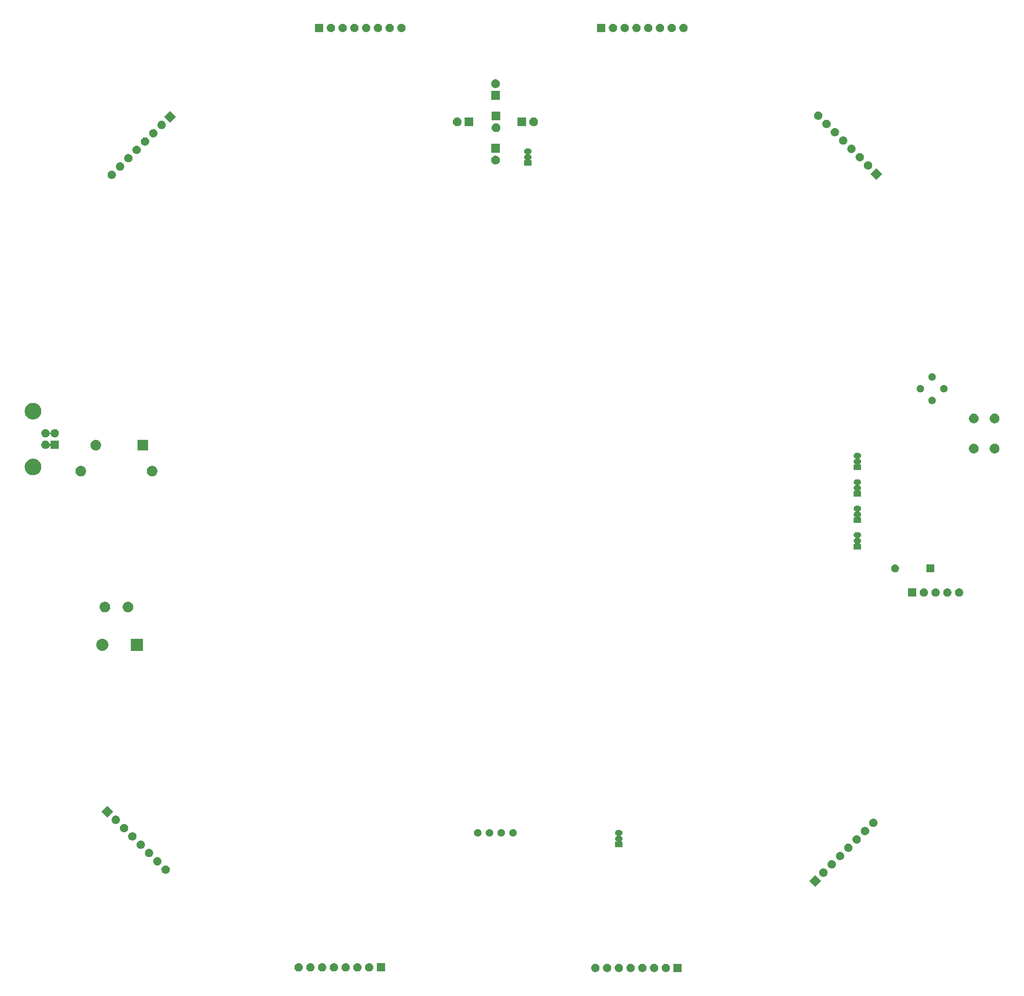
<source format=gbs>
G04 #@! TF.GenerationSoftware,KiCad,Pcbnew,(5.0.2)-1*
G04 #@! TF.CreationDate,2018-12-27T20:38:10+08:00*
G04 #@! TF.ProjectId,lighting,6c696768-7469-46e6-972e-6b696361645f,rev?*
G04 #@! TF.SameCoordinates,Original*
G04 #@! TF.FileFunction,Soldermask,Bot*
G04 #@! TF.FilePolarity,Negative*
%FSLAX45Y45*%
G04 Gerber Fmt 4.5, Leading zero omitted, Abs format (unit mm)*
G04 Created by KiCad (PCBNEW (5.0.2)-1) date 12/27/2018 8:38:10 PM*
%MOMM*%
%LPD*%
G01*
G04 APERTURE LIST*
%ADD10C,0.100000*%
G04 APERTURE END LIST*
D10*
G36*
X23760044Y-24421552D02*
X23766663Y-24422204D01*
X23777985Y-24425638D01*
X23783647Y-24427356D01*
X23796604Y-24434281D01*
X23799299Y-24435722D01*
X23802873Y-24438655D01*
X23813019Y-24446981D01*
X23821345Y-24457127D01*
X23824278Y-24460701D01*
X23824278Y-24460701D01*
X23832644Y-24476353D01*
X23832644Y-24476353D01*
X23837796Y-24493337D01*
X23839536Y-24511000D01*
X23837796Y-24528663D01*
X23834362Y-24539985D01*
X23832644Y-24545647D01*
X23825235Y-24559509D01*
X23824278Y-24561299D01*
X23823441Y-24562319D01*
X23813019Y-24575019D01*
X23802873Y-24583345D01*
X23799299Y-24586278D01*
X23799299Y-24586278D01*
X23783647Y-24594644D01*
X23777985Y-24596362D01*
X23766663Y-24599796D01*
X23760044Y-24600448D01*
X23753426Y-24601100D01*
X23744574Y-24601100D01*
X23737956Y-24600448D01*
X23731337Y-24599796D01*
X23720015Y-24596362D01*
X23714353Y-24594644D01*
X23698701Y-24586278D01*
X23698701Y-24586278D01*
X23695127Y-24583345D01*
X23684981Y-24575019D01*
X23674559Y-24562319D01*
X23673722Y-24561299D01*
X23672765Y-24559509D01*
X23665356Y-24545647D01*
X23663638Y-24539985D01*
X23660204Y-24528663D01*
X23658464Y-24511000D01*
X23660204Y-24493337D01*
X23665356Y-24476353D01*
X23665356Y-24476353D01*
X23673722Y-24460701D01*
X23673722Y-24460701D01*
X23676655Y-24457127D01*
X23684981Y-24446981D01*
X23695127Y-24438655D01*
X23698701Y-24435722D01*
X23701396Y-24434281D01*
X23714353Y-24427356D01*
X23720015Y-24425638D01*
X23731337Y-24422204D01*
X23737956Y-24421552D01*
X23744574Y-24420900D01*
X23753426Y-24420900D01*
X23760044Y-24421552D01*
X23760044Y-24421552D01*
G37*
G36*
X25617100Y-24601100D02*
X25436900Y-24601100D01*
X25436900Y-24420900D01*
X25617100Y-24420900D01*
X25617100Y-24601100D01*
X25617100Y-24601100D01*
G37*
G36*
X25284044Y-24421552D02*
X25290663Y-24422204D01*
X25301985Y-24425638D01*
X25307647Y-24427356D01*
X25320604Y-24434281D01*
X25323299Y-24435722D01*
X25326873Y-24438655D01*
X25337019Y-24446981D01*
X25345345Y-24457127D01*
X25348278Y-24460701D01*
X25348278Y-24460701D01*
X25356644Y-24476353D01*
X25356644Y-24476353D01*
X25361796Y-24493337D01*
X25363536Y-24511000D01*
X25361796Y-24528663D01*
X25358362Y-24539985D01*
X25356644Y-24545647D01*
X25349235Y-24559509D01*
X25348278Y-24561299D01*
X25347441Y-24562319D01*
X25337019Y-24575019D01*
X25326873Y-24583345D01*
X25323299Y-24586278D01*
X25323299Y-24586278D01*
X25307647Y-24594644D01*
X25301985Y-24596362D01*
X25290663Y-24599796D01*
X25284044Y-24600448D01*
X25277426Y-24601100D01*
X25268574Y-24601100D01*
X25261956Y-24600448D01*
X25255337Y-24599796D01*
X25244015Y-24596362D01*
X25238353Y-24594644D01*
X25222701Y-24586278D01*
X25222701Y-24586278D01*
X25219127Y-24583345D01*
X25208981Y-24575019D01*
X25198559Y-24562319D01*
X25197722Y-24561299D01*
X25196765Y-24559509D01*
X25189356Y-24545647D01*
X25187638Y-24539985D01*
X25184204Y-24528663D01*
X25182464Y-24511000D01*
X25184204Y-24493337D01*
X25189356Y-24476353D01*
X25189356Y-24476353D01*
X25197722Y-24460701D01*
X25197722Y-24460701D01*
X25200655Y-24457127D01*
X25208981Y-24446981D01*
X25219127Y-24438655D01*
X25222701Y-24435722D01*
X25225396Y-24434281D01*
X25238353Y-24427356D01*
X25244015Y-24425638D01*
X25255337Y-24422204D01*
X25261956Y-24421552D01*
X25268574Y-24420900D01*
X25277426Y-24420900D01*
X25284044Y-24421552D01*
X25284044Y-24421552D01*
G37*
G36*
X25030044Y-24421552D02*
X25036663Y-24422204D01*
X25047985Y-24425638D01*
X25053647Y-24427356D01*
X25066604Y-24434281D01*
X25069299Y-24435722D01*
X25072873Y-24438655D01*
X25083019Y-24446981D01*
X25091345Y-24457127D01*
X25094278Y-24460701D01*
X25094278Y-24460701D01*
X25102644Y-24476353D01*
X25102644Y-24476353D01*
X25107796Y-24493337D01*
X25109536Y-24511000D01*
X25107796Y-24528663D01*
X25104362Y-24539985D01*
X25102644Y-24545647D01*
X25095235Y-24559509D01*
X25094278Y-24561299D01*
X25093441Y-24562319D01*
X25083019Y-24575019D01*
X25072873Y-24583345D01*
X25069299Y-24586278D01*
X25069299Y-24586278D01*
X25053647Y-24594644D01*
X25047985Y-24596362D01*
X25036663Y-24599796D01*
X25030044Y-24600448D01*
X25023426Y-24601100D01*
X25014574Y-24601100D01*
X25007956Y-24600448D01*
X25001337Y-24599796D01*
X24990015Y-24596362D01*
X24984353Y-24594644D01*
X24968701Y-24586278D01*
X24968701Y-24586278D01*
X24965127Y-24583345D01*
X24954981Y-24575019D01*
X24944559Y-24562319D01*
X24943722Y-24561299D01*
X24942765Y-24559509D01*
X24935356Y-24545647D01*
X24933638Y-24539985D01*
X24930204Y-24528663D01*
X24928464Y-24511000D01*
X24930204Y-24493337D01*
X24935356Y-24476353D01*
X24935356Y-24476353D01*
X24943722Y-24460701D01*
X24943722Y-24460701D01*
X24946655Y-24457127D01*
X24954981Y-24446981D01*
X24965127Y-24438655D01*
X24968701Y-24435722D01*
X24971396Y-24434281D01*
X24984353Y-24427356D01*
X24990015Y-24425638D01*
X25001337Y-24422204D01*
X25007956Y-24421552D01*
X25014574Y-24420900D01*
X25023426Y-24420900D01*
X25030044Y-24421552D01*
X25030044Y-24421552D01*
G37*
G36*
X24776044Y-24421552D02*
X24782663Y-24422204D01*
X24793985Y-24425638D01*
X24799647Y-24427356D01*
X24812604Y-24434281D01*
X24815299Y-24435722D01*
X24818873Y-24438655D01*
X24829019Y-24446981D01*
X24837345Y-24457127D01*
X24840278Y-24460701D01*
X24840278Y-24460701D01*
X24848644Y-24476353D01*
X24848644Y-24476353D01*
X24853796Y-24493337D01*
X24855536Y-24511000D01*
X24853796Y-24528663D01*
X24850362Y-24539985D01*
X24848644Y-24545647D01*
X24841235Y-24559509D01*
X24840278Y-24561299D01*
X24839441Y-24562319D01*
X24829019Y-24575019D01*
X24818873Y-24583345D01*
X24815299Y-24586278D01*
X24815299Y-24586278D01*
X24799647Y-24594644D01*
X24793985Y-24596362D01*
X24782663Y-24599796D01*
X24776044Y-24600448D01*
X24769426Y-24601100D01*
X24760574Y-24601100D01*
X24753956Y-24600448D01*
X24747337Y-24599796D01*
X24736015Y-24596362D01*
X24730353Y-24594644D01*
X24714701Y-24586278D01*
X24714701Y-24586278D01*
X24711127Y-24583345D01*
X24700981Y-24575019D01*
X24690559Y-24562319D01*
X24689722Y-24561299D01*
X24688765Y-24559509D01*
X24681356Y-24545647D01*
X24679638Y-24539985D01*
X24676204Y-24528663D01*
X24674464Y-24511000D01*
X24676204Y-24493337D01*
X24681356Y-24476353D01*
X24681356Y-24476353D01*
X24689722Y-24460701D01*
X24689722Y-24460701D01*
X24692655Y-24457127D01*
X24700981Y-24446981D01*
X24711127Y-24438655D01*
X24714701Y-24435722D01*
X24717396Y-24434281D01*
X24730353Y-24427356D01*
X24736015Y-24425638D01*
X24747337Y-24422204D01*
X24753956Y-24421552D01*
X24760574Y-24420900D01*
X24769426Y-24420900D01*
X24776044Y-24421552D01*
X24776044Y-24421552D01*
G37*
G36*
X24268044Y-24421552D02*
X24274663Y-24422204D01*
X24285985Y-24425638D01*
X24291647Y-24427356D01*
X24304604Y-24434281D01*
X24307299Y-24435722D01*
X24310873Y-24438655D01*
X24321019Y-24446981D01*
X24329345Y-24457127D01*
X24332278Y-24460701D01*
X24332278Y-24460701D01*
X24340644Y-24476353D01*
X24340644Y-24476353D01*
X24345796Y-24493337D01*
X24347536Y-24511000D01*
X24345796Y-24528663D01*
X24342362Y-24539985D01*
X24340644Y-24545647D01*
X24333235Y-24559509D01*
X24332278Y-24561299D01*
X24331441Y-24562319D01*
X24321019Y-24575019D01*
X24310873Y-24583345D01*
X24307299Y-24586278D01*
X24307299Y-24586278D01*
X24291647Y-24594644D01*
X24285985Y-24596362D01*
X24274663Y-24599796D01*
X24268044Y-24600448D01*
X24261426Y-24601100D01*
X24252574Y-24601100D01*
X24245956Y-24600448D01*
X24239337Y-24599796D01*
X24228015Y-24596362D01*
X24222353Y-24594644D01*
X24206701Y-24586278D01*
X24206701Y-24586278D01*
X24203127Y-24583345D01*
X24192981Y-24575019D01*
X24182559Y-24562319D01*
X24181722Y-24561299D01*
X24180765Y-24559509D01*
X24173356Y-24545647D01*
X24171638Y-24539985D01*
X24168204Y-24528663D01*
X24166464Y-24511000D01*
X24168204Y-24493337D01*
X24173356Y-24476353D01*
X24173356Y-24476353D01*
X24181722Y-24460701D01*
X24181722Y-24460701D01*
X24184655Y-24457127D01*
X24192981Y-24446981D01*
X24203127Y-24438655D01*
X24206701Y-24435722D01*
X24209396Y-24434281D01*
X24222353Y-24427356D01*
X24228015Y-24425638D01*
X24239337Y-24422204D01*
X24245956Y-24421552D01*
X24252574Y-24420900D01*
X24261426Y-24420900D01*
X24268044Y-24421552D01*
X24268044Y-24421552D01*
G37*
G36*
X24014044Y-24421552D02*
X24020663Y-24422204D01*
X24031985Y-24425638D01*
X24037647Y-24427356D01*
X24050604Y-24434281D01*
X24053299Y-24435722D01*
X24056873Y-24438655D01*
X24067019Y-24446981D01*
X24075345Y-24457127D01*
X24078278Y-24460701D01*
X24078278Y-24460701D01*
X24086644Y-24476353D01*
X24086644Y-24476353D01*
X24091796Y-24493337D01*
X24093536Y-24511000D01*
X24091796Y-24528663D01*
X24088362Y-24539985D01*
X24086644Y-24545647D01*
X24079235Y-24559509D01*
X24078278Y-24561299D01*
X24077441Y-24562319D01*
X24067019Y-24575019D01*
X24056873Y-24583345D01*
X24053299Y-24586278D01*
X24053299Y-24586278D01*
X24037647Y-24594644D01*
X24031985Y-24596362D01*
X24020663Y-24599796D01*
X24014044Y-24600448D01*
X24007426Y-24601100D01*
X23998574Y-24601100D01*
X23991956Y-24600448D01*
X23985337Y-24599796D01*
X23974015Y-24596362D01*
X23968353Y-24594644D01*
X23952701Y-24586278D01*
X23952701Y-24586278D01*
X23949127Y-24583345D01*
X23938981Y-24575019D01*
X23928559Y-24562319D01*
X23927722Y-24561299D01*
X23926765Y-24559509D01*
X23919356Y-24545647D01*
X23917638Y-24539985D01*
X23914204Y-24528663D01*
X23912464Y-24511000D01*
X23914204Y-24493337D01*
X23919356Y-24476353D01*
X23919356Y-24476353D01*
X23927722Y-24460701D01*
X23927722Y-24460701D01*
X23930655Y-24457127D01*
X23938981Y-24446981D01*
X23949127Y-24438655D01*
X23952701Y-24435722D01*
X23955396Y-24434281D01*
X23968353Y-24427356D01*
X23974015Y-24425638D01*
X23985337Y-24422204D01*
X23991956Y-24421552D01*
X23998574Y-24420900D01*
X24007426Y-24420900D01*
X24014044Y-24421552D01*
X24014044Y-24421552D01*
G37*
G36*
X24522044Y-24421552D02*
X24528663Y-24422204D01*
X24539985Y-24425638D01*
X24545647Y-24427356D01*
X24558604Y-24434281D01*
X24561299Y-24435722D01*
X24564873Y-24438655D01*
X24575019Y-24446981D01*
X24583345Y-24457127D01*
X24586278Y-24460701D01*
X24586278Y-24460701D01*
X24594644Y-24476353D01*
X24594644Y-24476353D01*
X24599796Y-24493337D01*
X24601536Y-24511000D01*
X24599796Y-24528663D01*
X24596362Y-24539985D01*
X24594644Y-24545647D01*
X24587235Y-24559509D01*
X24586278Y-24561299D01*
X24585441Y-24562319D01*
X24575019Y-24575019D01*
X24564873Y-24583345D01*
X24561299Y-24586278D01*
X24561299Y-24586278D01*
X24545647Y-24594644D01*
X24539985Y-24596362D01*
X24528663Y-24599796D01*
X24522044Y-24600448D01*
X24515426Y-24601100D01*
X24506574Y-24601100D01*
X24499956Y-24600448D01*
X24493337Y-24599796D01*
X24482015Y-24596362D01*
X24476353Y-24594644D01*
X24460701Y-24586278D01*
X24460701Y-24586278D01*
X24457127Y-24583345D01*
X24446981Y-24575019D01*
X24436559Y-24562319D01*
X24435722Y-24561299D01*
X24434765Y-24559509D01*
X24427356Y-24545647D01*
X24425638Y-24539985D01*
X24422204Y-24528663D01*
X24420464Y-24511000D01*
X24422204Y-24493337D01*
X24427356Y-24476353D01*
X24427356Y-24476353D01*
X24435722Y-24460701D01*
X24435722Y-24460701D01*
X24438655Y-24457127D01*
X24446981Y-24446981D01*
X24457127Y-24438655D01*
X24460701Y-24435722D01*
X24463396Y-24434281D01*
X24476353Y-24427356D01*
X24482015Y-24425638D01*
X24493337Y-24422204D01*
X24499956Y-24421552D01*
X24506574Y-24420900D01*
X24515426Y-24420900D01*
X24522044Y-24421552D01*
X24522044Y-24421552D01*
G37*
G36*
X18362544Y-24408852D02*
X18369163Y-24409504D01*
X18380485Y-24412938D01*
X18386147Y-24414656D01*
X18397829Y-24420900D01*
X18401799Y-24423022D01*
X18405373Y-24425955D01*
X18415519Y-24434281D01*
X18423845Y-24444427D01*
X18426778Y-24448001D01*
X18426778Y-24448001D01*
X18435144Y-24463653D01*
X18435144Y-24463653D01*
X18440296Y-24480637D01*
X18442036Y-24498300D01*
X18440296Y-24515963D01*
X18436862Y-24527285D01*
X18435144Y-24532947D01*
X18428356Y-24545647D01*
X18426778Y-24548599D01*
X18423845Y-24552173D01*
X18415519Y-24562319D01*
X18405373Y-24570645D01*
X18401799Y-24573578D01*
X18401799Y-24573578D01*
X18386147Y-24581944D01*
X18380485Y-24583662D01*
X18369163Y-24587096D01*
X18362544Y-24587748D01*
X18355926Y-24588400D01*
X18347074Y-24588400D01*
X18340456Y-24587748D01*
X18333837Y-24587096D01*
X18322515Y-24583662D01*
X18316853Y-24581944D01*
X18301201Y-24573578D01*
X18301201Y-24573578D01*
X18297627Y-24570645D01*
X18287481Y-24562319D01*
X18279155Y-24552173D01*
X18276222Y-24548599D01*
X18274644Y-24545647D01*
X18267856Y-24532947D01*
X18266138Y-24527285D01*
X18262704Y-24515963D01*
X18260964Y-24498300D01*
X18262704Y-24480637D01*
X18267856Y-24463653D01*
X18267856Y-24463653D01*
X18276222Y-24448001D01*
X18276222Y-24448001D01*
X18279155Y-24444427D01*
X18287481Y-24434281D01*
X18297627Y-24425955D01*
X18301201Y-24423022D01*
X18305171Y-24420900D01*
X18316853Y-24414656D01*
X18322515Y-24412938D01*
X18333837Y-24409504D01*
X18340456Y-24408852D01*
X18347074Y-24408200D01*
X18355926Y-24408200D01*
X18362544Y-24408852D01*
X18362544Y-24408852D01*
G37*
G36*
X19203600Y-24588400D02*
X19023400Y-24588400D01*
X19023400Y-24408200D01*
X19203600Y-24408200D01*
X19203600Y-24588400D01*
X19203600Y-24588400D01*
G37*
G36*
X18870544Y-24408852D02*
X18877163Y-24409504D01*
X18888485Y-24412938D01*
X18894147Y-24414656D01*
X18905829Y-24420900D01*
X18909799Y-24423022D01*
X18913373Y-24425955D01*
X18923519Y-24434281D01*
X18931845Y-24444427D01*
X18934778Y-24448001D01*
X18934778Y-24448001D01*
X18943144Y-24463653D01*
X18943144Y-24463653D01*
X18948296Y-24480637D01*
X18950036Y-24498300D01*
X18948296Y-24515963D01*
X18944862Y-24527285D01*
X18943144Y-24532947D01*
X18936356Y-24545647D01*
X18934778Y-24548599D01*
X18931845Y-24552173D01*
X18923519Y-24562319D01*
X18913373Y-24570645D01*
X18909799Y-24573578D01*
X18909799Y-24573578D01*
X18894147Y-24581944D01*
X18888485Y-24583662D01*
X18877163Y-24587096D01*
X18870544Y-24587748D01*
X18863926Y-24588400D01*
X18855074Y-24588400D01*
X18848456Y-24587748D01*
X18841837Y-24587096D01*
X18830515Y-24583662D01*
X18824853Y-24581944D01*
X18809201Y-24573578D01*
X18809201Y-24573578D01*
X18805627Y-24570645D01*
X18795481Y-24562319D01*
X18787155Y-24552173D01*
X18784222Y-24548599D01*
X18782644Y-24545647D01*
X18775856Y-24532947D01*
X18774138Y-24527285D01*
X18770704Y-24515963D01*
X18768964Y-24498300D01*
X18770704Y-24480637D01*
X18775856Y-24463653D01*
X18775856Y-24463653D01*
X18784222Y-24448001D01*
X18784222Y-24448001D01*
X18787155Y-24444427D01*
X18795481Y-24434281D01*
X18805627Y-24425955D01*
X18809201Y-24423022D01*
X18813171Y-24420900D01*
X18824853Y-24414656D01*
X18830515Y-24412938D01*
X18841837Y-24409504D01*
X18848456Y-24408852D01*
X18855074Y-24408200D01*
X18863926Y-24408200D01*
X18870544Y-24408852D01*
X18870544Y-24408852D01*
G37*
G36*
X18616544Y-24408852D02*
X18623163Y-24409504D01*
X18634485Y-24412938D01*
X18640147Y-24414656D01*
X18651829Y-24420900D01*
X18655799Y-24423022D01*
X18659373Y-24425955D01*
X18669519Y-24434281D01*
X18677845Y-24444427D01*
X18680778Y-24448001D01*
X18680778Y-24448001D01*
X18689144Y-24463653D01*
X18689144Y-24463653D01*
X18694296Y-24480637D01*
X18696036Y-24498300D01*
X18694296Y-24515963D01*
X18690862Y-24527285D01*
X18689144Y-24532947D01*
X18682356Y-24545647D01*
X18680778Y-24548599D01*
X18677845Y-24552173D01*
X18669519Y-24562319D01*
X18659373Y-24570645D01*
X18655799Y-24573578D01*
X18655799Y-24573578D01*
X18640147Y-24581944D01*
X18634485Y-24583662D01*
X18623163Y-24587096D01*
X18616544Y-24587748D01*
X18609926Y-24588400D01*
X18601074Y-24588400D01*
X18594456Y-24587748D01*
X18587837Y-24587096D01*
X18576515Y-24583662D01*
X18570853Y-24581944D01*
X18555201Y-24573578D01*
X18555201Y-24573578D01*
X18551627Y-24570645D01*
X18541481Y-24562319D01*
X18533155Y-24552173D01*
X18530222Y-24548599D01*
X18528644Y-24545647D01*
X18521856Y-24532947D01*
X18520138Y-24527285D01*
X18516704Y-24515963D01*
X18514964Y-24498300D01*
X18516704Y-24480637D01*
X18521856Y-24463653D01*
X18521856Y-24463653D01*
X18530222Y-24448001D01*
X18530222Y-24448001D01*
X18533155Y-24444427D01*
X18541481Y-24434281D01*
X18551627Y-24425955D01*
X18555201Y-24423022D01*
X18559171Y-24420900D01*
X18570853Y-24414656D01*
X18576515Y-24412938D01*
X18587837Y-24409504D01*
X18594456Y-24408852D01*
X18601074Y-24408200D01*
X18609926Y-24408200D01*
X18616544Y-24408852D01*
X18616544Y-24408852D01*
G37*
G36*
X18108544Y-24408852D02*
X18115163Y-24409504D01*
X18126485Y-24412938D01*
X18132147Y-24414656D01*
X18143829Y-24420900D01*
X18147799Y-24423022D01*
X18151373Y-24425955D01*
X18161519Y-24434281D01*
X18169845Y-24444427D01*
X18172778Y-24448001D01*
X18172778Y-24448001D01*
X18181144Y-24463653D01*
X18181144Y-24463653D01*
X18186296Y-24480637D01*
X18188036Y-24498300D01*
X18186296Y-24515963D01*
X18182862Y-24527285D01*
X18181144Y-24532947D01*
X18174356Y-24545647D01*
X18172778Y-24548599D01*
X18169845Y-24552173D01*
X18161519Y-24562319D01*
X18151373Y-24570645D01*
X18147799Y-24573578D01*
X18147799Y-24573578D01*
X18132147Y-24581944D01*
X18126485Y-24583662D01*
X18115163Y-24587096D01*
X18108544Y-24587748D01*
X18101926Y-24588400D01*
X18093074Y-24588400D01*
X18086456Y-24587748D01*
X18079837Y-24587096D01*
X18068515Y-24583662D01*
X18062853Y-24581944D01*
X18047201Y-24573578D01*
X18047201Y-24573578D01*
X18043627Y-24570645D01*
X18033481Y-24562319D01*
X18025155Y-24552173D01*
X18022222Y-24548599D01*
X18020644Y-24545647D01*
X18013856Y-24532947D01*
X18012138Y-24527285D01*
X18008704Y-24515963D01*
X18006964Y-24498300D01*
X18008704Y-24480637D01*
X18013856Y-24463653D01*
X18013856Y-24463653D01*
X18022222Y-24448001D01*
X18022222Y-24448001D01*
X18025155Y-24444427D01*
X18033481Y-24434281D01*
X18043627Y-24425955D01*
X18047201Y-24423022D01*
X18051171Y-24420900D01*
X18062853Y-24414656D01*
X18068515Y-24412938D01*
X18079837Y-24409504D01*
X18086456Y-24408852D01*
X18093074Y-24408200D01*
X18101926Y-24408200D01*
X18108544Y-24408852D01*
X18108544Y-24408852D01*
G37*
G36*
X17854544Y-24408852D02*
X17861163Y-24409504D01*
X17872485Y-24412938D01*
X17878147Y-24414656D01*
X17889829Y-24420900D01*
X17893799Y-24423022D01*
X17897373Y-24425955D01*
X17907519Y-24434281D01*
X17915845Y-24444427D01*
X17918778Y-24448001D01*
X17918778Y-24448001D01*
X17927144Y-24463653D01*
X17927144Y-24463653D01*
X17932296Y-24480637D01*
X17934036Y-24498300D01*
X17932296Y-24515963D01*
X17928862Y-24527285D01*
X17927144Y-24532947D01*
X17920356Y-24545647D01*
X17918778Y-24548599D01*
X17915845Y-24552173D01*
X17907519Y-24562319D01*
X17897373Y-24570645D01*
X17893799Y-24573578D01*
X17893799Y-24573578D01*
X17878147Y-24581944D01*
X17872485Y-24583662D01*
X17861163Y-24587096D01*
X17854544Y-24587748D01*
X17847926Y-24588400D01*
X17839074Y-24588400D01*
X17832456Y-24587748D01*
X17825837Y-24587096D01*
X17814515Y-24583662D01*
X17808853Y-24581944D01*
X17793201Y-24573578D01*
X17793201Y-24573578D01*
X17789627Y-24570645D01*
X17779481Y-24562319D01*
X17771155Y-24552173D01*
X17768222Y-24548599D01*
X17766644Y-24545647D01*
X17759856Y-24532947D01*
X17758138Y-24527285D01*
X17754704Y-24515963D01*
X17752964Y-24498300D01*
X17754704Y-24480637D01*
X17759856Y-24463653D01*
X17759856Y-24463653D01*
X17768222Y-24448001D01*
X17768222Y-24448001D01*
X17771155Y-24444427D01*
X17779481Y-24434281D01*
X17789627Y-24425955D01*
X17793201Y-24423022D01*
X17797171Y-24420900D01*
X17808853Y-24414656D01*
X17814515Y-24412938D01*
X17825837Y-24409504D01*
X17832456Y-24408852D01*
X17839074Y-24408200D01*
X17847926Y-24408200D01*
X17854544Y-24408852D01*
X17854544Y-24408852D01*
G37*
G36*
X17600544Y-24408852D02*
X17607163Y-24409504D01*
X17618485Y-24412938D01*
X17624147Y-24414656D01*
X17635829Y-24420900D01*
X17639799Y-24423022D01*
X17643373Y-24425955D01*
X17653519Y-24434281D01*
X17661845Y-24444427D01*
X17664778Y-24448001D01*
X17664778Y-24448001D01*
X17673144Y-24463653D01*
X17673144Y-24463653D01*
X17678296Y-24480637D01*
X17680036Y-24498300D01*
X17678296Y-24515963D01*
X17674862Y-24527285D01*
X17673144Y-24532947D01*
X17666356Y-24545647D01*
X17664778Y-24548599D01*
X17661845Y-24552173D01*
X17653519Y-24562319D01*
X17643373Y-24570645D01*
X17639799Y-24573578D01*
X17639799Y-24573578D01*
X17624147Y-24581944D01*
X17618485Y-24583662D01*
X17607163Y-24587096D01*
X17600544Y-24587748D01*
X17593926Y-24588400D01*
X17585074Y-24588400D01*
X17578456Y-24587748D01*
X17571837Y-24587096D01*
X17560515Y-24583662D01*
X17554853Y-24581944D01*
X17539201Y-24573578D01*
X17539201Y-24573578D01*
X17535627Y-24570645D01*
X17525481Y-24562319D01*
X17517155Y-24552173D01*
X17514222Y-24548599D01*
X17512644Y-24545647D01*
X17505856Y-24532947D01*
X17504138Y-24527285D01*
X17500704Y-24515963D01*
X17498964Y-24498300D01*
X17500704Y-24480637D01*
X17505856Y-24463653D01*
X17505856Y-24463653D01*
X17514222Y-24448001D01*
X17514222Y-24448001D01*
X17517155Y-24444427D01*
X17525481Y-24434281D01*
X17535627Y-24425955D01*
X17539201Y-24423022D01*
X17543171Y-24420900D01*
X17554853Y-24414656D01*
X17560515Y-24412938D01*
X17571837Y-24409504D01*
X17578456Y-24408852D01*
X17585074Y-24408200D01*
X17593926Y-24408200D01*
X17600544Y-24408852D01*
X17600544Y-24408852D01*
G37*
G36*
X17346544Y-24408852D02*
X17353163Y-24409504D01*
X17364485Y-24412938D01*
X17370147Y-24414656D01*
X17381829Y-24420900D01*
X17385799Y-24423022D01*
X17389373Y-24425955D01*
X17399519Y-24434281D01*
X17407845Y-24444427D01*
X17410778Y-24448001D01*
X17410778Y-24448001D01*
X17419144Y-24463653D01*
X17419144Y-24463653D01*
X17424296Y-24480637D01*
X17426036Y-24498300D01*
X17424296Y-24515963D01*
X17420862Y-24527285D01*
X17419144Y-24532947D01*
X17412356Y-24545647D01*
X17410778Y-24548599D01*
X17407845Y-24552173D01*
X17399519Y-24562319D01*
X17389373Y-24570645D01*
X17385799Y-24573578D01*
X17385799Y-24573578D01*
X17370147Y-24581944D01*
X17364485Y-24583662D01*
X17353163Y-24587096D01*
X17346544Y-24587748D01*
X17339926Y-24588400D01*
X17331074Y-24588400D01*
X17324456Y-24587748D01*
X17317837Y-24587096D01*
X17306515Y-24583662D01*
X17300853Y-24581944D01*
X17285201Y-24573578D01*
X17285201Y-24573578D01*
X17281627Y-24570645D01*
X17271481Y-24562319D01*
X17263155Y-24552173D01*
X17260222Y-24548599D01*
X17258644Y-24545647D01*
X17251856Y-24532947D01*
X17250138Y-24527285D01*
X17246704Y-24515963D01*
X17244964Y-24498300D01*
X17246704Y-24480637D01*
X17251856Y-24463653D01*
X17251856Y-24463653D01*
X17260222Y-24448001D01*
X17260222Y-24448001D01*
X17263155Y-24444427D01*
X17271481Y-24434281D01*
X17281627Y-24425955D01*
X17285201Y-24423022D01*
X17289171Y-24420900D01*
X17300853Y-24414656D01*
X17306515Y-24412938D01*
X17317837Y-24409504D01*
X17324456Y-24408852D01*
X17331074Y-24408200D01*
X17339926Y-24408200D01*
X17346544Y-24408852D01*
X17346544Y-24408852D01*
G37*
G36*
X28626221Y-22631400D02*
X28498800Y-22758821D01*
X28371379Y-22631400D01*
X28498800Y-22503979D01*
X28626221Y-22631400D01*
X28626221Y-22631400D01*
G37*
G36*
X28688871Y-22362290D02*
X28696068Y-22362999D01*
X28707390Y-22366433D01*
X28713052Y-22368151D01*
X28726914Y-22375560D01*
X28728704Y-22376517D01*
X28732278Y-22379450D01*
X28742424Y-22387776D01*
X28750750Y-22397922D01*
X28753683Y-22401496D01*
X28753683Y-22401496D01*
X28762049Y-22417148D01*
X28762049Y-22417148D01*
X28767201Y-22434132D01*
X28768941Y-22451795D01*
X28767201Y-22469458D01*
X28767016Y-22470070D01*
X28762049Y-22486442D01*
X28754640Y-22500304D01*
X28753683Y-22502094D01*
X28752136Y-22503979D01*
X28742424Y-22515813D01*
X28732278Y-22524140D01*
X28728704Y-22527073D01*
X28728704Y-22527073D01*
X28713052Y-22535439D01*
X28707390Y-22537156D01*
X28696068Y-22540591D01*
X28689449Y-22541243D01*
X28682831Y-22541895D01*
X28673979Y-22541895D01*
X28667361Y-22541243D01*
X28660742Y-22540591D01*
X28649420Y-22537156D01*
X28643758Y-22535439D01*
X28628106Y-22527073D01*
X28628106Y-22527073D01*
X28624532Y-22524140D01*
X28614386Y-22515813D01*
X28604675Y-22503979D01*
X28603127Y-22502094D01*
X28602170Y-22500304D01*
X28594761Y-22486442D01*
X28589795Y-22470070D01*
X28589609Y-22469458D01*
X28587869Y-22451795D01*
X28589609Y-22434132D01*
X28594761Y-22417148D01*
X28594761Y-22417148D01*
X28603127Y-22401496D01*
X28603127Y-22401496D01*
X28606060Y-22397922D01*
X28614386Y-22387776D01*
X28624532Y-22379450D01*
X28628106Y-22376517D01*
X28629896Y-22375560D01*
X28643758Y-22368151D01*
X28649420Y-22366433D01*
X28660742Y-22362999D01*
X28667939Y-22362290D01*
X28673979Y-22361695D01*
X28682831Y-22361695D01*
X28688871Y-22362290D01*
X28688871Y-22362290D01*
G37*
G36*
X14472091Y-22296921D02*
X14479288Y-22297629D01*
X14490611Y-22301064D01*
X14496272Y-22302781D01*
X14503859Y-22306837D01*
X14511925Y-22311148D01*
X14515499Y-22314081D01*
X14525644Y-22322407D01*
X14533970Y-22332553D01*
X14536903Y-22336127D01*
X14536904Y-22336127D01*
X14545270Y-22351779D01*
X14545270Y-22351779D01*
X14550422Y-22368763D01*
X14552162Y-22386426D01*
X14550422Y-22404088D01*
X14546987Y-22415411D01*
X14545270Y-22421072D01*
X14538289Y-22434132D01*
X14536903Y-22436725D01*
X14533970Y-22440299D01*
X14525644Y-22450444D01*
X14515499Y-22458770D01*
X14511925Y-22461703D01*
X14511925Y-22461704D01*
X14496272Y-22470070D01*
X14490611Y-22471787D01*
X14479288Y-22475222D01*
X14472670Y-22475874D01*
X14466052Y-22476526D01*
X14457200Y-22476526D01*
X14450581Y-22475874D01*
X14443963Y-22475222D01*
X14432640Y-22471787D01*
X14426979Y-22470070D01*
X14411327Y-22461704D01*
X14411327Y-22461703D01*
X14407753Y-22458770D01*
X14397607Y-22450444D01*
X14389281Y-22440299D01*
X14386348Y-22436725D01*
X14384962Y-22434132D01*
X14377981Y-22421072D01*
X14376264Y-22415411D01*
X14372829Y-22404088D01*
X14371090Y-22386426D01*
X14372829Y-22368763D01*
X14377981Y-22351779D01*
X14377981Y-22351779D01*
X14386348Y-22336127D01*
X14386348Y-22336127D01*
X14389281Y-22332553D01*
X14397607Y-22322407D01*
X14407753Y-22314081D01*
X14411327Y-22311148D01*
X14419393Y-22306837D01*
X14426979Y-22302781D01*
X14432640Y-22301064D01*
X14443963Y-22297629D01*
X14451161Y-22296921D01*
X14457200Y-22296326D01*
X14466052Y-22296326D01*
X14472091Y-22296921D01*
X14472091Y-22296921D01*
G37*
G36*
X28868475Y-22182685D02*
X28875673Y-22183394D01*
X28886995Y-22186828D01*
X28892657Y-22188546D01*
X28906519Y-22195955D01*
X28908309Y-22196912D01*
X28911883Y-22199845D01*
X28922029Y-22208171D01*
X28930355Y-22218317D01*
X28933288Y-22221891D01*
X28933288Y-22221891D01*
X28941654Y-22237543D01*
X28941654Y-22237543D01*
X28946806Y-22254527D01*
X28948546Y-22272190D01*
X28946806Y-22289853D01*
X28945058Y-22295617D01*
X28941654Y-22306837D01*
X28934245Y-22320699D01*
X28933288Y-22322489D01*
X28930355Y-22326063D01*
X28922029Y-22336208D01*
X28911883Y-22344535D01*
X28908309Y-22347468D01*
X28908309Y-22347468D01*
X28892657Y-22355834D01*
X28886995Y-22357551D01*
X28875673Y-22360986D01*
X28869054Y-22361638D01*
X28862436Y-22362290D01*
X28853584Y-22362290D01*
X28846966Y-22361638D01*
X28840347Y-22360986D01*
X28829025Y-22357551D01*
X28823363Y-22355834D01*
X28807711Y-22347468D01*
X28807711Y-22347468D01*
X28804137Y-22344535D01*
X28793992Y-22336208D01*
X28785665Y-22326063D01*
X28782732Y-22322489D01*
X28781775Y-22320699D01*
X28774366Y-22306837D01*
X28770962Y-22295617D01*
X28769214Y-22289853D01*
X28767474Y-22272190D01*
X28769214Y-22254527D01*
X28774366Y-22237543D01*
X28774366Y-22237543D01*
X28782732Y-22221891D01*
X28782732Y-22221891D01*
X28785665Y-22218317D01*
X28793992Y-22208171D01*
X28804137Y-22199845D01*
X28807711Y-22196912D01*
X28809501Y-22195955D01*
X28823363Y-22188546D01*
X28829025Y-22186828D01*
X28840347Y-22183394D01*
X28847545Y-22182685D01*
X28853584Y-22182090D01*
X28862436Y-22182090D01*
X28868475Y-22182685D01*
X28868475Y-22182685D01*
G37*
G36*
X14292486Y-22117315D02*
X14299683Y-22118024D01*
X14311006Y-22121459D01*
X14316667Y-22123176D01*
X14324254Y-22127231D01*
X14332320Y-22131543D01*
X14335893Y-22134476D01*
X14346039Y-22142802D01*
X14354365Y-22152948D01*
X14357298Y-22156521D01*
X14357298Y-22156522D01*
X14365665Y-22172174D01*
X14365665Y-22172174D01*
X14370817Y-22189158D01*
X14372556Y-22206821D01*
X14370817Y-22224483D01*
X14367382Y-22235806D01*
X14365665Y-22241467D01*
X14358684Y-22254527D01*
X14357298Y-22257120D01*
X14354365Y-22260693D01*
X14346039Y-22270839D01*
X14335893Y-22279165D01*
X14332320Y-22282098D01*
X14332319Y-22282098D01*
X14316667Y-22290465D01*
X14311006Y-22292182D01*
X14299683Y-22295617D01*
X14293065Y-22296269D01*
X14286446Y-22296921D01*
X14277594Y-22296921D01*
X14270976Y-22296269D01*
X14264358Y-22295617D01*
X14253035Y-22292182D01*
X14247374Y-22290465D01*
X14231722Y-22282098D01*
X14231721Y-22282098D01*
X14228148Y-22279165D01*
X14218002Y-22270839D01*
X14209676Y-22260693D01*
X14206743Y-22257120D01*
X14205357Y-22254527D01*
X14198376Y-22241467D01*
X14196659Y-22235806D01*
X14193224Y-22224483D01*
X14191485Y-22206821D01*
X14193224Y-22189158D01*
X14198376Y-22172174D01*
X14198376Y-22172174D01*
X14206743Y-22156522D01*
X14206743Y-22156521D01*
X14209676Y-22152948D01*
X14218002Y-22142802D01*
X14228148Y-22134476D01*
X14231721Y-22131543D01*
X14239787Y-22127231D01*
X14247374Y-22123176D01*
X14253035Y-22121459D01*
X14264358Y-22118024D01*
X14271554Y-22117315D01*
X14277594Y-22116721D01*
X14286446Y-22116721D01*
X14292486Y-22117315D01*
X14292486Y-22117315D01*
G37*
G36*
X29048081Y-22003080D02*
X29055278Y-22003788D01*
X29066601Y-22007223D01*
X29072262Y-22008940D01*
X29086124Y-22016350D01*
X29087914Y-22017307D01*
X29091488Y-22020240D01*
X29101634Y-22028566D01*
X29109960Y-22038712D01*
X29112893Y-22042286D01*
X29112893Y-22042286D01*
X29121260Y-22057938D01*
X29121260Y-22057938D01*
X29126412Y-22074922D01*
X29128151Y-22092585D01*
X29126412Y-22110247D01*
X29126226Y-22110860D01*
X29121260Y-22127231D01*
X29113850Y-22141093D01*
X29112893Y-22142884D01*
X29109960Y-22146458D01*
X29101634Y-22156603D01*
X29091488Y-22164929D01*
X29087914Y-22167862D01*
X29087914Y-22167863D01*
X29072262Y-22176229D01*
X29066601Y-22177946D01*
X29055278Y-22181381D01*
X29048660Y-22182033D01*
X29042041Y-22182685D01*
X29033189Y-22182685D01*
X29026571Y-22182033D01*
X29019953Y-22181381D01*
X29008630Y-22177946D01*
X29002969Y-22176229D01*
X28987316Y-22167863D01*
X28987316Y-22167862D01*
X28983742Y-22164929D01*
X28973597Y-22156603D01*
X28965271Y-22146458D01*
X28962338Y-22142884D01*
X28961381Y-22141093D01*
X28953971Y-22127231D01*
X28949005Y-22110860D01*
X28948819Y-22110247D01*
X28947079Y-22092585D01*
X28948819Y-22074922D01*
X28953971Y-22057938D01*
X28953971Y-22057938D01*
X28962337Y-22042286D01*
X28962338Y-22042286D01*
X28965271Y-22038712D01*
X28973597Y-22028566D01*
X28983742Y-22020240D01*
X28987316Y-22017307D01*
X28989107Y-22016350D01*
X29002969Y-22008940D01*
X29008630Y-22007223D01*
X29019953Y-22003788D01*
X29027149Y-22003080D01*
X29033189Y-22002485D01*
X29042041Y-22002485D01*
X29048081Y-22003080D01*
X29048081Y-22003080D01*
G37*
G36*
X14112881Y-21937710D02*
X14120078Y-21938419D01*
X14131401Y-21941854D01*
X14137062Y-21943571D01*
X14144648Y-21947626D01*
X14152714Y-21951938D01*
X14156288Y-21954871D01*
X14166434Y-21963197D01*
X14174760Y-21973343D01*
X14177693Y-21976916D01*
X14177693Y-21976917D01*
X14186060Y-21992569D01*
X14186060Y-21992569D01*
X14191212Y-22009553D01*
X14192951Y-22027215D01*
X14191212Y-22044878D01*
X14187777Y-22056201D01*
X14186060Y-22061862D01*
X14179079Y-22074922D01*
X14177693Y-22077515D01*
X14174760Y-22081088D01*
X14166434Y-22091234D01*
X14156288Y-22099560D01*
X14152714Y-22102493D01*
X14152714Y-22102493D01*
X14137062Y-22110860D01*
X14131401Y-22112577D01*
X14120078Y-22116012D01*
X14113460Y-22116664D01*
X14106841Y-22117315D01*
X14097989Y-22117315D01*
X14091371Y-22116664D01*
X14084753Y-22116012D01*
X14073430Y-22112577D01*
X14067769Y-22110860D01*
X14052116Y-22102493D01*
X14052116Y-22102493D01*
X14048542Y-22099560D01*
X14038397Y-22091234D01*
X14030071Y-22081088D01*
X14027138Y-22077515D01*
X14025752Y-22074922D01*
X14018771Y-22061862D01*
X14017054Y-22056201D01*
X14013619Y-22044878D01*
X14011879Y-22027215D01*
X14013619Y-22009553D01*
X14018771Y-21992569D01*
X14018771Y-21992569D01*
X14027137Y-21976917D01*
X14027138Y-21976916D01*
X14030071Y-21973343D01*
X14038397Y-21963197D01*
X14048542Y-21954871D01*
X14052116Y-21951938D01*
X14060182Y-21947626D01*
X14067769Y-21943571D01*
X14073430Y-21941854D01*
X14084753Y-21938419D01*
X14091949Y-21937710D01*
X14097989Y-21937115D01*
X14106841Y-21937115D01*
X14112881Y-21937710D01*
X14112881Y-21937710D01*
G37*
G36*
X29227686Y-21823474D02*
X29234883Y-21824183D01*
X29246206Y-21827618D01*
X29251867Y-21829335D01*
X29265729Y-21836745D01*
X29267520Y-21837702D01*
X29271093Y-21840635D01*
X29281239Y-21848961D01*
X29289565Y-21859107D01*
X29292498Y-21862680D01*
X29292498Y-21862681D01*
X29300865Y-21878333D01*
X29300865Y-21878333D01*
X29306017Y-21895317D01*
X29307756Y-21912980D01*
X29306017Y-21930642D01*
X29305831Y-21931255D01*
X29300865Y-21947626D01*
X29293455Y-21961488D01*
X29292498Y-21963279D01*
X29289565Y-21966852D01*
X29281239Y-21976998D01*
X29271093Y-21985324D01*
X29267520Y-21988257D01*
X29267519Y-21988257D01*
X29251867Y-21996624D01*
X29246206Y-21998341D01*
X29234883Y-22001776D01*
X29228265Y-22002428D01*
X29221646Y-22003080D01*
X29212794Y-22003080D01*
X29206176Y-22002428D01*
X29199558Y-22001776D01*
X29188235Y-21998341D01*
X29182574Y-21996624D01*
X29166922Y-21988257D01*
X29166921Y-21988257D01*
X29163348Y-21985324D01*
X29153202Y-21976998D01*
X29144876Y-21966852D01*
X29141943Y-21963279D01*
X29140986Y-21961488D01*
X29133576Y-21947626D01*
X29128610Y-21931255D01*
X29128424Y-21930642D01*
X29126685Y-21912980D01*
X29128424Y-21895317D01*
X29133576Y-21878333D01*
X29133576Y-21878333D01*
X29141943Y-21862681D01*
X29141943Y-21862680D01*
X29144876Y-21859107D01*
X29153202Y-21848961D01*
X29163348Y-21840635D01*
X29166921Y-21837702D01*
X29168712Y-21836745D01*
X29182574Y-21829335D01*
X29188235Y-21827618D01*
X29199558Y-21824183D01*
X29206754Y-21823474D01*
X29212794Y-21822880D01*
X29221646Y-21822880D01*
X29227686Y-21823474D01*
X29227686Y-21823474D01*
G37*
G36*
X13933276Y-21758105D02*
X13940473Y-21758814D01*
X13951796Y-21762249D01*
X13957457Y-21763966D01*
X13969254Y-21770272D01*
X13973109Y-21772333D01*
X13974857Y-21773767D01*
X13986829Y-21783592D01*
X13995155Y-21793737D01*
X13998088Y-21797311D01*
X13998088Y-21797311D01*
X14006455Y-21812964D01*
X14006455Y-21812964D01*
X14011607Y-21829948D01*
X14013346Y-21847610D01*
X14011607Y-21865273D01*
X14008172Y-21876596D01*
X14006455Y-21882257D01*
X13999474Y-21895317D01*
X13998088Y-21897909D01*
X13995155Y-21901483D01*
X13986829Y-21911629D01*
X13976683Y-21919955D01*
X13973109Y-21922888D01*
X13973109Y-21922888D01*
X13957457Y-21931255D01*
X13951796Y-21932972D01*
X13940473Y-21936407D01*
X13933855Y-21937058D01*
X13927236Y-21937710D01*
X13918384Y-21937710D01*
X13911766Y-21937058D01*
X13905148Y-21936407D01*
X13893825Y-21932972D01*
X13888164Y-21931255D01*
X13872511Y-21922888D01*
X13872511Y-21922888D01*
X13868937Y-21919955D01*
X13858792Y-21911629D01*
X13850465Y-21901483D01*
X13847532Y-21897909D01*
X13846147Y-21895317D01*
X13839166Y-21882257D01*
X13837449Y-21876596D01*
X13834014Y-21865273D01*
X13832274Y-21847610D01*
X13834014Y-21829948D01*
X13839166Y-21812964D01*
X13839166Y-21812964D01*
X13847532Y-21797311D01*
X13847532Y-21797311D01*
X13850465Y-21793737D01*
X13858792Y-21783592D01*
X13870764Y-21773767D01*
X13872511Y-21772333D01*
X13876367Y-21770272D01*
X13888164Y-21763966D01*
X13893825Y-21762249D01*
X13905148Y-21758814D01*
X13912344Y-21758105D01*
X13918384Y-21757510D01*
X13927236Y-21757510D01*
X13933276Y-21758105D01*
X13933276Y-21758105D01*
G37*
G36*
X24290792Y-21533233D02*
X24301649Y-21536527D01*
X24311656Y-21541876D01*
X24320426Y-21549074D01*
X24327624Y-21557844D01*
X24332973Y-21567851D01*
X24336267Y-21578708D01*
X24337379Y-21590000D01*
X24336267Y-21601292D01*
X24332973Y-21612149D01*
X24329959Y-21617788D01*
X24327624Y-21622156D01*
X24320426Y-21630926D01*
X24311656Y-21638124D01*
X24303514Y-21642476D01*
X24301477Y-21643837D01*
X24299744Y-21645570D01*
X24298383Y-21647608D01*
X24297445Y-21649871D01*
X24296967Y-21652275D01*
X24296967Y-21654725D01*
X24297445Y-21657129D01*
X24298383Y-21659392D01*
X24299744Y-21661430D01*
X24301477Y-21663163D01*
X24303514Y-21664524D01*
X24311656Y-21668876D01*
X24320426Y-21676074D01*
X24327624Y-21684844D01*
X24332973Y-21694851D01*
X24336267Y-21705708D01*
X24337379Y-21717000D01*
X24336267Y-21728292D01*
X24332973Y-21739149D01*
X24332973Y-21739150D01*
X24327624Y-21749156D01*
X24320426Y-21757926D01*
X24312736Y-21764237D01*
X24311004Y-21765970D01*
X24309642Y-21768008D01*
X24308705Y-21770272D01*
X24308227Y-21772675D01*
X24308227Y-21775125D01*
X24308705Y-21777529D01*
X24309642Y-21779793D01*
X24311004Y-21781830D01*
X24312736Y-21783563D01*
X24314774Y-21784924D01*
X24317038Y-21785862D01*
X24320666Y-21786400D01*
X24337100Y-21786400D01*
X24337100Y-21901600D01*
X24176900Y-21901600D01*
X24176900Y-21786400D01*
X24193334Y-21786400D01*
X24195772Y-21786160D01*
X24198117Y-21785449D01*
X24200278Y-21784293D01*
X24202172Y-21782739D01*
X24203727Y-21780845D01*
X24204882Y-21778684D01*
X24205593Y-21776339D01*
X24205834Y-21773900D01*
X24205593Y-21771461D01*
X24204882Y-21769117D01*
X24203727Y-21766955D01*
X24201263Y-21764237D01*
X24193574Y-21757926D01*
X24186376Y-21749156D01*
X24181027Y-21739150D01*
X24181027Y-21739149D01*
X24177733Y-21728292D01*
X24176621Y-21717000D01*
X24177733Y-21705708D01*
X24181027Y-21694851D01*
X24186376Y-21684844D01*
X24193574Y-21676074D01*
X24202344Y-21668876D01*
X24210486Y-21664524D01*
X24212523Y-21663163D01*
X24214256Y-21661430D01*
X24215617Y-21659393D01*
X24216555Y-21657129D01*
X24217033Y-21654725D01*
X24217033Y-21652275D01*
X24216555Y-21649872D01*
X24215617Y-21647608D01*
X24214256Y-21645570D01*
X24212523Y-21643837D01*
X24210486Y-21642476D01*
X24202344Y-21638124D01*
X24193574Y-21630926D01*
X24186376Y-21622156D01*
X24184041Y-21617788D01*
X24181027Y-21612149D01*
X24177733Y-21601292D01*
X24176621Y-21590000D01*
X24177733Y-21578708D01*
X24181027Y-21567851D01*
X24186376Y-21557844D01*
X24193574Y-21549074D01*
X24202344Y-21541876D01*
X24212351Y-21536527D01*
X24223208Y-21533233D01*
X24231670Y-21532400D01*
X24282330Y-21532400D01*
X24290792Y-21533233D01*
X24290792Y-21533233D01*
G37*
G36*
X29407292Y-21643869D02*
X29414488Y-21644578D01*
X29421703Y-21646767D01*
X29431472Y-21649730D01*
X29438306Y-21653383D01*
X29447125Y-21658097D01*
X29449728Y-21660233D01*
X29460844Y-21669356D01*
X29469170Y-21679502D01*
X29472103Y-21683075D01*
X29472103Y-21683076D01*
X29480470Y-21698728D01*
X29480470Y-21698728D01*
X29485622Y-21715712D01*
X29487361Y-21733374D01*
X29485622Y-21751037D01*
X29483478Y-21758105D01*
X29480470Y-21768021D01*
X29474771Y-21778684D01*
X29472103Y-21783674D01*
X29471077Y-21784924D01*
X29460844Y-21797393D01*
X29450698Y-21805719D01*
X29447125Y-21808652D01*
X29447124Y-21808652D01*
X29431472Y-21817019D01*
X29425811Y-21818736D01*
X29414488Y-21822171D01*
X29407870Y-21822823D01*
X29401252Y-21823474D01*
X29392400Y-21823474D01*
X29385781Y-21822823D01*
X29379163Y-21822171D01*
X29367840Y-21818736D01*
X29362179Y-21817019D01*
X29346527Y-21808652D01*
X29346526Y-21808652D01*
X29342953Y-21805719D01*
X29332807Y-21797393D01*
X29322574Y-21784924D01*
X29321548Y-21783674D01*
X29318881Y-21778684D01*
X29313181Y-21768021D01*
X29310173Y-21758105D01*
X29308029Y-21751037D01*
X29306290Y-21733374D01*
X29308029Y-21715712D01*
X29313181Y-21698728D01*
X29313181Y-21698728D01*
X29321548Y-21683076D01*
X29321548Y-21683075D01*
X29324481Y-21679502D01*
X29332807Y-21669356D01*
X29343923Y-21660233D01*
X29346526Y-21658097D01*
X29355345Y-21653383D01*
X29362179Y-21649730D01*
X29371948Y-21646767D01*
X29379163Y-21644578D01*
X29386360Y-21643869D01*
X29392400Y-21643274D01*
X29401252Y-21643274D01*
X29407292Y-21643869D01*
X29407292Y-21643869D01*
G37*
G36*
X13753670Y-21578500D02*
X13760868Y-21579209D01*
X13769947Y-21581963D01*
X13777852Y-21584361D01*
X13791714Y-21591770D01*
X13793504Y-21592727D01*
X13797078Y-21595660D01*
X13807224Y-21603987D01*
X13815279Y-21613802D01*
X13818483Y-21617706D01*
X13818483Y-21617706D01*
X13826849Y-21633359D01*
X13826849Y-21633359D01*
X13832001Y-21650343D01*
X13833741Y-21668005D01*
X13832001Y-21685668D01*
X13829216Y-21694851D01*
X13826849Y-21702652D01*
X13825216Y-21705708D01*
X13818483Y-21718304D01*
X13815550Y-21721878D01*
X13807224Y-21732024D01*
X13798541Y-21739149D01*
X13793504Y-21743283D01*
X13793504Y-21743283D01*
X13777852Y-21751650D01*
X13772190Y-21753367D01*
X13760868Y-21756802D01*
X13754249Y-21757453D01*
X13747631Y-21758105D01*
X13738779Y-21758105D01*
X13732161Y-21757453D01*
X13725542Y-21756802D01*
X13714220Y-21753367D01*
X13708558Y-21751650D01*
X13692906Y-21743283D01*
X13692906Y-21743283D01*
X13687869Y-21739149D01*
X13679187Y-21732024D01*
X13670860Y-21721878D01*
X13667927Y-21718304D01*
X13661195Y-21705708D01*
X13659561Y-21702652D01*
X13657194Y-21694851D01*
X13654409Y-21685668D01*
X13652669Y-21668005D01*
X13654409Y-21650343D01*
X13659561Y-21633359D01*
X13659561Y-21633359D01*
X13667927Y-21617706D01*
X13667927Y-21617706D01*
X13671132Y-21613802D01*
X13679187Y-21603987D01*
X13689332Y-21595660D01*
X13692906Y-21592727D01*
X13694696Y-21591770D01*
X13708558Y-21584361D01*
X13716463Y-21581963D01*
X13725542Y-21579209D01*
X13732740Y-21578500D01*
X13738779Y-21577905D01*
X13747631Y-21577905D01*
X13753670Y-21578500D01*
X13753670Y-21578500D01*
G37*
G36*
X21994802Y-21511536D02*
X21994802Y-21511536D01*
X21994802Y-21511536D01*
X22009652Y-21517687D01*
X22023017Y-21526617D01*
X22034383Y-21537983D01*
X22043313Y-21551348D01*
X22048409Y-21563650D01*
X22049464Y-21566198D01*
X22052600Y-21581963D01*
X22052600Y-21598037D01*
X22049464Y-21613802D01*
X22049464Y-21613802D01*
X22043313Y-21628652D01*
X22034383Y-21642017D01*
X22023017Y-21653383D01*
X22009652Y-21662313D01*
X21997350Y-21667409D01*
X21994802Y-21668464D01*
X21979037Y-21671600D01*
X21962963Y-21671600D01*
X21947198Y-21668464D01*
X21944650Y-21667409D01*
X21932348Y-21662313D01*
X21918983Y-21653383D01*
X21907617Y-21642017D01*
X21898687Y-21628652D01*
X21892536Y-21613802D01*
X21892536Y-21613802D01*
X21889400Y-21598037D01*
X21889400Y-21581963D01*
X21892536Y-21566198D01*
X21893591Y-21563650D01*
X21898687Y-21551348D01*
X21907617Y-21537983D01*
X21918983Y-21526617D01*
X21932348Y-21517687D01*
X21947198Y-21511536D01*
X21947198Y-21511536D01*
X21947198Y-21511536D01*
X21962963Y-21508400D01*
X21979037Y-21508400D01*
X21994802Y-21511536D01*
X21994802Y-21511536D01*
G37*
G36*
X21740802Y-21511536D02*
X21740802Y-21511536D01*
X21740802Y-21511536D01*
X21755652Y-21517687D01*
X21769017Y-21526617D01*
X21780383Y-21537983D01*
X21789313Y-21551348D01*
X21794409Y-21563650D01*
X21795464Y-21566198D01*
X21798600Y-21581963D01*
X21798600Y-21598037D01*
X21795464Y-21613802D01*
X21795464Y-21613802D01*
X21789313Y-21628652D01*
X21780383Y-21642017D01*
X21769017Y-21653383D01*
X21755652Y-21662313D01*
X21743350Y-21667409D01*
X21740802Y-21668464D01*
X21725037Y-21671600D01*
X21708963Y-21671600D01*
X21693198Y-21668464D01*
X21690650Y-21667409D01*
X21678348Y-21662313D01*
X21664983Y-21653383D01*
X21653617Y-21642017D01*
X21644687Y-21628652D01*
X21638536Y-21613802D01*
X21638536Y-21613802D01*
X21635400Y-21598037D01*
X21635400Y-21581963D01*
X21638536Y-21566198D01*
X21639591Y-21563650D01*
X21644687Y-21551348D01*
X21653617Y-21537983D01*
X21664983Y-21526617D01*
X21678348Y-21517687D01*
X21693198Y-21511536D01*
X21693198Y-21511536D01*
X21693198Y-21511536D01*
X21708963Y-21508400D01*
X21725037Y-21508400D01*
X21740802Y-21511536D01*
X21740802Y-21511536D01*
G37*
G36*
X21232802Y-21511536D02*
X21232802Y-21511536D01*
X21232802Y-21511536D01*
X21247652Y-21517687D01*
X21261017Y-21526617D01*
X21272383Y-21537983D01*
X21281313Y-21551348D01*
X21286409Y-21563650D01*
X21287464Y-21566198D01*
X21290600Y-21581963D01*
X21290600Y-21598037D01*
X21287464Y-21613802D01*
X21287464Y-21613802D01*
X21281313Y-21628652D01*
X21272383Y-21642017D01*
X21261017Y-21653383D01*
X21247652Y-21662313D01*
X21235350Y-21667409D01*
X21232802Y-21668464D01*
X21217037Y-21671600D01*
X21200963Y-21671600D01*
X21185198Y-21668464D01*
X21182650Y-21667409D01*
X21170348Y-21662313D01*
X21156983Y-21653383D01*
X21145617Y-21642017D01*
X21136687Y-21628652D01*
X21130536Y-21613802D01*
X21130536Y-21613802D01*
X21127400Y-21598037D01*
X21127400Y-21581963D01*
X21130536Y-21566198D01*
X21131591Y-21563650D01*
X21136687Y-21551348D01*
X21145617Y-21537983D01*
X21156983Y-21526617D01*
X21170348Y-21517687D01*
X21185198Y-21511536D01*
X21185198Y-21511536D01*
X21185198Y-21511536D01*
X21200963Y-21508400D01*
X21217037Y-21508400D01*
X21232802Y-21511536D01*
X21232802Y-21511536D01*
G37*
G36*
X21486802Y-21511536D02*
X21486802Y-21511536D01*
X21486802Y-21511536D01*
X21501652Y-21517687D01*
X21515017Y-21526617D01*
X21526383Y-21537983D01*
X21535313Y-21551348D01*
X21540409Y-21563650D01*
X21541464Y-21566198D01*
X21544600Y-21581963D01*
X21544600Y-21598037D01*
X21541464Y-21613802D01*
X21541464Y-21613802D01*
X21535313Y-21628652D01*
X21526383Y-21642017D01*
X21515017Y-21653383D01*
X21501652Y-21662313D01*
X21489350Y-21667409D01*
X21486802Y-21668464D01*
X21471037Y-21671600D01*
X21454963Y-21671600D01*
X21439198Y-21668464D01*
X21436650Y-21667409D01*
X21424348Y-21662313D01*
X21410983Y-21653383D01*
X21399617Y-21642017D01*
X21390687Y-21628652D01*
X21384536Y-21613802D01*
X21384536Y-21613802D01*
X21381400Y-21598037D01*
X21381400Y-21581963D01*
X21384536Y-21566198D01*
X21385591Y-21563650D01*
X21390687Y-21551348D01*
X21399617Y-21537983D01*
X21410983Y-21526617D01*
X21424348Y-21517687D01*
X21439198Y-21511536D01*
X21439198Y-21511536D01*
X21439198Y-21511536D01*
X21454963Y-21508400D01*
X21471037Y-21508400D01*
X21486802Y-21511536D01*
X21486802Y-21511536D01*
G37*
G36*
X29586896Y-21464264D02*
X29594093Y-21464973D01*
X29605416Y-21468408D01*
X29611077Y-21470125D01*
X29624939Y-21477535D01*
X29626730Y-21478492D01*
X29630304Y-21481425D01*
X29640449Y-21489751D01*
X29648775Y-21499896D01*
X29651708Y-21503470D01*
X29651709Y-21503470D01*
X29660075Y-21519123D01*
X29660075Y-21519123D01*
X29665227Y-21536107D01*
X29666967Y-21553769D01*
X29665227Y-21571432D01*
X29663478Y-21577196D01*
X29660075Y-21588416D01*
X29654932Y-21598037D01*
X29651708Y-21604068D01*
X29648775Y-21607642D01*
X29640449Y-21617788D01*
X29630304Y-21626114D01*
X29626730Y-21629047D01*
X29626730Y-21629047D01*
X29611077Y-21637414D01*
X29605416Y-21639131D01*
X29594093Y-21642566D01*
X29587475Y-21643218D01*
X29580857Y-21643869D01*
X29572005Y-21643869D01*
X29565386Y-21643218D01*
X29558768Y-21642566D01*
X29547445Y-21639131D01*
X29541784Y-21637414D01*
X29526132Y-21629047D01*
X29526132Y-21629047D01*
X29522558Y-21626114D01*
X29512412Y-21617788D01*
X29504086Y-21607642D01*
X29501153Y-21604068D01*
X29497929Y-21598037D01*
X29492786Y-21588416D01*
X29489383Y-21577196D01*
X29487634Y-21571432D01*
X29485895Y-21553769D01*
X29487634Y-21536107D01*
X29492786Y-21519123D01*
X29492786Y-21519123D01*
X29501153Y-21503470D01*
X29501153Y-21503470D01*
X29504086Y-21499896D01*
X29512412Y-21489751D01*
X29522558Y-21481425D01*
X29526132Y-21478492D01*
X29527922Y-21477535D01*
X29541784Y-21470125D01*
X29547445Y-21468408D01*
X29558768Y-21464973D01*
X29565966Y-21464264D01*
X29572005Y-21463669D01*
X29580857Y-21463669D01*
X29586896Y-21464264D01*
X29586896Y-21464264D01*
G37*
G36*
X13574066Y-21398895D02*
X13581263Y-21399604D01*
X13592585Y-21403038D01*
X13598247Y-21404756D01*
X13605833Y-21408811D01*
X13613899Y-21413122D01*
X13617473Y-21416055D01*
X13627619Y-21424381D01*
X13635945Y-21434527D01*
X13638878Y-21438101D01*
X13638878Y-21438101D01*
X13647244Y-21453753D01*
X13647244Y-21453753D01*
X13652396Y-21470737D01*
X13654136Y-21488400D01*
X13652396Y-21506063D01*
X13650736Y-21511536D01*
X13647244Y-21523047D01*
X13640263Y-21536107D01*
X13638878Y-21538699D01*
X13636271Y-21541876D01*
X13627619Y-21552419D01*
X13617473Y-21560745D01*
X13613899Y-21563678D01*
X13613899Y-21563678D01*
X13598247Y-21572044D01*
X13592585Y-21573762D01*
X13581263Y-21577196D01*
X13574644Y-21577848D01*
X13568026Y-21578500D01*
X13559174Y-21578500D01*
X13552556Y-21577848D01*
X13545937Y-21577196D01*
X13534615Y-21573762D01*
X13528953Y-21572044D01*
X13513301Y-21563678D01*
X13513301Y-21563678D01*
X13509727Y-21560745D01*
X13499581Y-21552419D01*
X13490929Y-21541876D01*
X13488322Y-21538699D01*
X13486936Y-21536107D01*
X13479956Y-21523047D01*
X13476464Y-21511536D01*
X13474804Y-21506063D01*
X13473064Y-21488400D01*
X13474804Y-21470737D01*
X13479956Y-21453753D01*
X13479956Y-21453753D01*
X13488322Y-21438101D01*
X13488322Y-21438101D01*
X13491255Y-21434527D01*
X13499581Y-21424381D01*
X13509727Y-21416055D01*
X13513301Y-21413122D01*
X13521367Y-21408811D01*
X13528953Y-21404756D01*
X13534615Y-21403038D01*
X13545937Y-21399604D01*
X13553134Y-21398895D01*
X13559174Y-21398300D01*
X13568026Y-21398300D01*
X13574066Y-21398895D01*
X13574066Y-21398895D01*
G37*
G36*
X29767080Y-21284716D02*
X29773699Y-21285368D01*
X29785021Y-21288803D01*
X29790683Y-21290520D01*
X29804545Y-21297929D01*
X29806335Y-21298886D01*
X29809909Y-21301819D01*
X29820054Y-21310146D01*
X29828381Y-21320291D01*
X29831314Y-21323865D01*
X29831314Y-21323865D01*
X29839680Y-21339517D01*
X29839680Y-21339518D01*
X29844832Y-21356501D01*
X29846572Y-21374164D01*
X29844832Y-21391827D01*
X29844646Y-21392439D01*
X29839680Y-21408811D01*
X29832271Y-21422673D01*
X29831314Y-21424463D01*
X29828381Y-21428037D01*
X29820054Y-21438183D01*
X29809909Y-21446509D01*
X29806335Y-21449442D01*
X29806335Y-21449442D01*
X29790683Y-21457808D01*
X29785021Y-21459526D01*
X29773699Y-21462960D01*
X29767080Y-21463612D01*
X29760462Y-21464264D01*
X29751610Y-21464264D01*
X29744992Y-21463612D01*
X29738373Y-21462960D01*
X29727051Y-21459526D01*
X29721389Y-21457808D01*
X29705737Y-21449442D01*
X29705737Y-21449442D01*
X29702163Y-21446509D01*
X29692017Y-21438183D01*
X29683691Y-21428037D01*
X29680758Y-21424463D01*
X29679801Y-21422673D01*
X29672392Y-21408811D01*
X29667425Y-21392439D01*
X29667240Y-21391827D01*
X29665500Y-21374164D01*
X29667240Y-21356501D01*
X29672392Y-21339518D01*
X29672392Y-21339517D01*
X29680758Y-21323865D01*
X29680758Y-21323865D01*
X29683691Y-21320291D01*
X29692017Y-21310146D01*
X29702163Y-21301819D01*
X29705737Y-21298886D01*
X29707527Y-21297929D01*
X29721389Y-21290520D01*
X29727051Y-21288803D01*
X29738373Y-21285368D01*
X29744992Y-21284716D01*
X29751610Y-21284064D01*
X29760462Y-21284064D01*
X29767080Y-21284716D01*
X29767080Y-21284716D01*
G37*
G36*
X13395039Y-21219347D02*
X13401658Y-21219999D01*
X13412980Y-21223433D01*
X13418642Y-21225151D01*
X13432504Y-21232560D01*
X13434294Y-21233517D01*
X13437868Y-21236450D01*
X13448013Y-21244776D01*
X13456340Y-21254922D01*
X13459273Y-21258496D01*
X13459273Y-21258496D01*
X13467639Y-21274148D01*
X13467639Y-21274148D01*
X13472791Y-21291132D01*
X13474531Y-21308795D01*
X13472791Y-21326458D01*
X13469356Y-21337780D01*
X13467639Y-21343442D01*
X13460658Y-21356501D01*
X13459273Y-21359094D01*
X13456340Y-21362668D01*
X13448013Y-21372814D01*
X13437868Y-21381140D01*
X13434294Y-21384073D01*
X13434294Y-21384073D01*
X13418642Y-21392439D01*
X13412980Y-21394157D01*
X13401658Y-21397591D01*
X13395039Y-21398243D01*
X13388421Y-21398895D01*
X13379569Y-21398895D01*
X13372951Y-21398243D01*
X13366332Y-21397591D01*
X13355010Y-21394157D01*
X13349348Y-21392439D01*
X13333696Y-21384073D01*
X13333696Y-21384073D01*
X13330122Y-21381140D01*
X13319976Y-21372814D01*
X13311650Y-21362668D01*
X13308717Y-21359094D01*
X13307331Y-21356501D01*
X13300351Y-21343442D01*
X13298633Y-21337780D01*
X13295199Y-21326458D01*
X13293459Y-21308795D01*
X13295199Y-21291132D01*
X13300351Y-21274148D01*
X13300351Y-21274148D01*
X13308717Y-21258496D01*
X13308717Y-21258496D01*
X13311650Y-21254922D01*
X13319976Y-21244776D01*
X13330122Y-21236450D01*
X13333696Y-21233517D01*
X13335486Y-21232560D01*
X13349348Y-21225151D01*
X13355010Y-21223433D01*
X13366332Y-21219999D01*
X13372951Y-21219347D01*
X13379569Y-21218695D01*
X13388421Y-21218695D01*
X13395039Y-21219347D01*
X13395039Y-21219347D01*
G37*
G36*
X13331810Y-21129190D02*
X13204390Y-21256611D01*
X13076969Y-21129190D01*
X13204390Y-21001769D01*
X13331810Y-21129190D01*
X13331810Y-21129190D01*
G37*
G36*
X13973100Y-17656100D02*
X13712900Y-17656100D01*
X13712900Y-17395900D01*
X13973100Y-17395900D01*
X13973100Y-17656100D01*
X13973100Y-17656100D01*
G37*
G36*
X13130948Y-17400900D02*
X13130949Y-17400900D01*
X13130949Y-17400900D01*
X13154625Y-17410707D01*
X13175934Y-17424945D01*
X13194055Y-17443066D01*
X13208293Y-17464375D01*
X13218100Y-17488052D01*
X13223100Y-17513186D01*
X13223100Y-17538814D01*
X13218100Y-17563949D01*
X13208293Y-17587626D01*
X13194055Y-17608934D01*
X13175934Y-17627055D01*
X13175934Y-17627055D01*
X13154625Y-17641293D01*
X13130949Y-17651100D01*
X13130949Y-17651100D01*
X13130948Y-17651100D01*
X13105814Y-17656100D01*
X13080186Y-17656100D01*
X13055051Y-17651100D01*
X13055051Y-17651100D01*
X13055051Y-17651100D01*
X13031374Y-17641293D01*
X13010066Y-17627055D01*
X13010066Y-17627055D01*
X12991945Y-17608934D01*
X12977707Y-17587626D01*
X12967900Y-17563949D01*
X12962900Y-17538814D01*
X12962900Y-17513186D01*
X12967900Y-17488052D01*
X12977707Y-17464375D01*
X12991945Y-17443066D01*
X13010066Y-17424945D01*
X13031374Y-17410707D01*
X13055051Y-17400900D01*
X13055051Y-17400900D01*
X13055051Y-17400900D01*
X13080186Y-17395900D01*
X13105814Y-17395900D01*
X13130948Y-17400900D01*
X13130948Y-17400900D01*
G37*
G36*
X13182073Y-16599323D02*
X13203020Y-16608000D01*
X13221872Y-16620596D01*
X13237904Y-16636628D01*
X13250500Y-16655480D01*
X13259177Y-16676427D01*
X13263600Y-16698663D01*
X13263600Y-16721336D01*
X13259177Y-16743573D01*
X13250500Y-16764520D01*
X13237904Y-16783372D01*
X13221872Y-16799404D01*
X13203020Y-16812000D01*
X13182073Y-16820677D01*
X13159836Y-16825100D01*
X13137163Y-16825100D01*
X13114927Y-16820677D01*
X13093980Y-16812000D01*
X13075128Y-16799404D01*
X13059096Y-16783372D01*
X13046500Y-16764520D01*
X13037823Y-16743573D01*
X13033400Y-16721336D01*
X13033400Y-16698663D01*
X13037823Y-16676427D01*
X13046500Y-16655480D01*
X13059096Y-16636628D01*
X13075128Y-16620596D01*
X13093980Y-16608000D01*
X13114927Y-16599323D01*
X13137163Y-16594900D01*
X13159836Y-16594900D01*
X13182073Y-16599323D01*
X13182073Y-16599323D01*
G37*
G36*
X13682073Y-16599323D02*
X13703020Y-16608000D01*
X13721872Y-16620596D01*
X13737904Y-16636628D01*
X13750500Y-16655480D01*
X13759177Y-16676427D01*
X13763600Y-16698663D01*
X13763600Y-16721336D01*
X13759177Y-16743573D01*
X13750500Y-16764520D01*
X13737904Y-16783372D01*
X13721872Y-16799404D01*
X13703020Y-16812000D01*
X13682073Y-16820677D01*
X13659836Y-16825100D01*
X13637163Y-16825100D01*
X13614927Y-16820677D01*
X13593980Y-16812000D01*
X13575128Y-16799404D01*
X13559096Y-16783372D01*
X13546500Y-16764520D01*
X13537823Y-16743573D01*
X13533400Y-16721336D01*
X13533400Y-16698663D01*
X13537823Y-16676427D01*
X13546500Y-16655480D01*
X13559096Y-16636628D01*
X13575128Y-16620596D01*
X13593980Y-16608000D01*
X13614927Y-16599323D01*
X13637163Y-16594900D01*
X13659836Y-16594900D01*
X13682073Y-16599323D01*
X13682073Y-16599323D01*
G37*
G36*
X31113344Y-16306252D02*
X31119963Y-16306904D01*
X31131285Y-16310338D01*
X31136947Y-16312056D01*
X31150809Y-16319465D01*
X31152599Y-16320422D01*
X31156173Y-16323355D01*
X31166319Y-16331681D01*
X31174645Y-16341827D01*
X31177578Y-16345401D01*
X31177578Y-16345401D01*
X31185944Y-16361053D01*
X31185944Y-16361053D01*
X31191096Y-16378037D01*
X31192836Y-16395700D01*
X31191096Y-16413363D01*
X31187662Y-16424685D01*
X31185944Y-16430347D01*
X31178535Y-16444209D01*
X31177578Y-16445999D01*
X31174645Y-16449573D01*
X31166319Y-16459719D01*
X31156173Y-16468045D01*
X31152599Y-16470978D01*
X31152599Y-16470978D01*
X31136947Y-16479344D01*
X31131285Y-16481062D01*
X31119963Y-16484496D01*
X31113344Y-16485148D01*
X31106726Y-16485800D01*
X31097874Y-16485800D01*
X31091256Y-16485148D01*
X31084637Y-16484496D01*
X31073315Y-16481062D01*
X31067653Y-16479344D01*
X31052001Y-16470978D01*
X31052001Y-16470978D01*
X31048427Y-16468045D01*
X31038281Y-16459719D01*
X31029955Y-16449573D01*
X31027022Y-16445999D01*
X31026065Y-16444209D01*
X31018656Y-16430347D01*
X31016938Y-16424685D01*
X31013504Y-16413363D01*
X31011764Y-16395700D01*
X31013504Y-16378037D01*
X31018656Y-16361053D01*
X31018656Y-16361053D01*
X31027022Y-16345401D01*
X31027022Y-16345401D01*
X31029955Y-16341827D01*
X31038281Y-16331681D01*
X31048427Y-16323355D01*
X31052001Y-16320422D01*
X31053791Y-16319465D01*
X31067653Y-16312056D01*
X31073315Y-16310338D01*
X31084637Y-16306904D01*
X31091256Y-16306252D01*
X31097874Y-16305600D01*
X31106726Y-16305600D01*
X31113344Y-16306252D01*
X31113344Y-16306252D01*
G37*
G36*
X31621344Y-16306252D02*
X31627963Y-16306904D01*
X31639285Y-16310338D01*
X31644947Y-16312056D01*
X31658809Y-16319465D01*
X31660599Y-16320422D01*
X31664173Y-16323355D01*
X31674319Y-16331681D01*
X31682645Y-16341827D01*
X31685578Y-16345401D01*
X31685578Y-16345401D01*
X31693944Y-16361053D01*
X31693944Y-16361053D01*
X31699096Y-16378037D01*
X31700836Y-16395700D01*
X31699096Y-16413363D01*
X31695662Y-16424685D01*
X31693944Y-16430347D01*
X31686535Y-16444209D01*
X31685578Y-16445999D01*
X31682645Y-16449573D01*
X31674319Y-16459719D01*
X31664173Y-16468045D01*
X31660599Y-16470978D01*
X31660599Y-16470978D01*
X31644947Y-16479344D01*
X31639285Y-16481062D01*
X31627963Y-16484496D01*
X31621344Y-16485148D01*
X31614726Y-16485800D01*
X31605874Y-16485800D01*
X31599256Y-16485148D01*
X31592637Y-16484496D01*
X31581315Y-16481062D01*
X31575653Y-16479344D01*
X31560001Y-16470978D01*
X31560001Y-16470978D01*
X31556427Y-16468045D01*
X31546281Y-16459719D01*
X31537955Y-16449573D01*
X31535022Y-16445999D01*
X31534065Y-16444209D01*
X31526656Y-16430347D01*
X31524938Y-16424685D01*
X31521504Y-16413363D01*
X31519764Y-16395700D01*
X31521504Y-16378037D01*
X31526656Y-16361053D01*
X31526656Y-16361053D01*
X31535022Y-16345401D01*
X31535022Y-16345401D01*
X31537955Y-16341827D01*
X31546281Y-16331681D01*
X31556427Y-16323355D01*
X31560001Y-16320422D01*
X31561791Y-16319465D01*
X31575653Y-16312056D01*
X31581315Y-16310338D01*
X31592637Y-16306904D01*
X31599256Y-16306252D01*
X31605874Y-16305600D01*
X31614726Y-16305600D01*
X31621344Y-16306252D01*
X31621344Y-16306252D01*
G37*
G36*
X30859344Y-16306252D02*
X30865963Y-16306904D01*
X30877285Y-16310338D01*
X30882947Y-16312056D01*
X30896809Y-16319465D01*
X30898599Y-16320422D01*
X30902173Y-16323355D01*
X30912319Y-16331681D01*
X30920645Y-16341827D01*
X30923578Y-16345401D01*
X30923578Y-16345401D01*
X30931944Y-16361053D01*
X30931944Y-16361053D01*
X30937096Y-16378037D01*
X30938836Y-16395700D01*
X30937096Y-16413363D01*
X30933662Y-16424685D01*
X30931944Y-16430347D01*
X30924535Y-16444209D01*
X30923578Y-16445999D01*
X30920645Y-16449573D01*
X30912319Y-16459719D01*
X30902173Y-16468045D01*
X30898599Y-16470978D01*
X30898599Y-16470978D01*
X30882947Y-16479344D01*
X30877285Y-16481062D01*
X30865963Y-16484496D01*
X30859344Y-16485148D01*
X30852726Y-16485800D01*
X30843874Y-16485800D01*
X30837256Y-16485148D01*
X30830637Y-16484496D01*
X30819315Y-16481062D01*
X30813653Y-16479344D01*
X30798001Y-16470978D01*
X30798001Y-16470978D01*
X30794427Y-16468045D01*
X30784281Y-16459719D01*
X30775955Y-16449573D01*
X30773022Y-16445999D01*
X30772065Y-16444209D01*
X30764656Y-16430347D01*
X30762938Y-16424685D01*
X30759504Y-16413363D01*
X30757764Y-16395700D01*
X30759504Y-16378037D01*
X30764656Y-16361053D01*
X30764656Y-16361053D01*
X30773022Y-16345401D01*
X30773022Y-16345401D01*
X30775955Y-16341827D01*
X30784281Y-16331681D01*
X30794427Y-16323355D01*
X30798001Y-16320422D01*
X30799791Y-16319465D01*
X30813653Y-16312056D01*
X30819315Y-16310338D01*
X30830637Y-16306904D01*
X30837256Y-16306252D01*
X30843874Y-16305600D01*
X30852726Y-16305600D01*
X30859344Y-16306252D01*
X30859344Y-16306252D01*
G37*
G36*
X30684400Y-16485800D02*
X30504200Y-16485800D01*
X30504200Y-16305600D01*
X30684400Y-16305600D01*
X30684400Y-16485800D01*
X30684400Y-16485800D01*
G37*
G36*
X31367344Y-16306252D02*
X31373963Y-16306904D01*
X31385285Y-16310338D01*
X31390947Y-16312056D01*
X31404809Y-16319465D01*
X31406599Y-16320422D01*
X31410173Y-16323355D01*
X31420319Y-16331681D01*
X31428645Y-16341827D01*
X31431578Y-16345401D01*
X31431578Y-16345401D01*
X31439944Y-16361053D01*
X31439944Y-16361053D01*
X31445096Y-16378037D01*
X31446836Y-16395700D01*
X31445096Y-16413363D01*
X31441662Y-16424685D01*
X31439944Y-16430347D01*
X31432535Y-16444209D01*
X31431578Y-16445999D01*
X31428645Y-16449573D01*
X31420319Y-16459719D01*
X31410173Y-16468045D01*
X31406599Y-16470978D01*
X31406599Y-16470978D01*
X31390947Y-16479344D01*
X31385285Y-16481062D01*
X31373963Y-16484496D01*
X31367344Y-16485148D01*
X31360726Y-16485800D01*
X31351874Y-16485800D01*
X31345256Y-16485148D01*
X31338637Y-16484496D01*
X31327315Y-16481062D01*
X31321653Y-16479344D01*
X31306001Y-16470978D01*
X31306001Y-16470978D01*
X31302427Y-16468045D01*
X31292281Y-16459719D01*
X31283955Y-16449573D01*
X31281022Y-16445999D01*
X31280065Y-16444209D01*
X31272656Y-16430347D01*
X31270938Y-16424685D01*
X31267504Y-16413363D01*
X31265764Y-16395700D01*
X31267504Y-16378037D01*
X31272656Y-16361053D01*
X31272656Y-16361053D01*
X31281022Y-16345401D01*
X31281022Y-16345401D01*
X31283955Y-16341827D01*
X31292281Y-16331681D01*
X31302427Y-16323355D01*
X31306001Y-16320422D01*
X31307791Y-16319465D01*
X31321653Y-16312056D01*
X31327315Y-16310338D01*
X31338637Y-16306904D01*
X31345256Y-16306252D01*
X31351874Y-16305600D01*
X31360726Y-16305600D01*
X31367344Y-16306252D01*
X31367344Y-16306252D01*
G37*
G36*
X31073100Y-15960100D02*
X30902900Y-15960100D01*
X30902900Y-15789900D01*
X31073100Y-15789900D01*
X31073100Y-15960100D01*
X31073100Y-15960100D01*
G37*
G36*
X30242682Y-15791131D02*
X30242682Y-15791131D01*
X30242682Y-15791131D01*
X30258724Y-15795997D01*
X30258724Y-15795998D01*
X30258724Y-15795998D01*
X30273508Y-15803899D01*
X30286466Y-15814534D01*
X30297100Y-15827492D01*
X30305002Y-15842276D01*
X30309869Y-15858318D01*
X30311512Y-15875000D01*
X30309869Y-15891682D01*
X30305002Y-15907724D01*
X30297100Y-15922508D01*
X30286466Y-15935466D01*
X30273508Y-15946100D01*
X30258724Y-15954002D01*
X30258724Y-15954002D01*
X30258724Y-15954002D01*
X30242682Y-15958869D01*
X30242682Y-15958869D01*
X30242682Y-15958869D01*
X30230180Y-15960100D01*
X30221820Y-15960100D01*
X30209318Y-15958869D01*
X30209318Y-15958869D01*
X30209317Y-15958869D01*
X30193276Y-15954002D01*
X30193276Y-15954002D01*
X30193276Y-15954002D01*
X30178492Y-15946100D01*
X30165534Y-15935466D01*
X30154899Y-15922508D01*
X30146998Y-15907724D01*
X30142131Y-15891682D01*
X30140488Y-15875000D01*
X30142131Y-15858318D01*
X30146998Y-15842276D01*
X30154899Y-15827492D01*
X30165534Y-15814534D01*
X30178492Y-15803899D01*
X30193276Y-15795998D01*
X30193276Y-15795998D01*
X30193276Y-15795997D01*
X30209317Y-15791131D01*
X30209318Y-15791131D01*
X30209318Y-15791131D01*
X30221820Y-15789900D01*
X30230180Y-15789900D01*
X30242682Y-15791131D01*
X30242682Y-15791131D01*
G37*
G36*
X29446992Y-15094333D02*
X29457849Y-15097627D01*
X29467856Y-15102976D01*
X29476626Y-15110174D01*
X29483824Y-15118944D01*
X29489173Y-15128951D01*
X29492467Y-15139808D01*
X29493579Y-15151100D01*
X29492467Y-15162392D01*
X29489173Y-15173249D01*
X29489173Y-15173250D01*
X29483824Y-15183256D01*
X29476626Y-15192026D01*
X29467856Y-15199224D01*
X29459714Y-15203576D01*
X29457677Y-15204937D01*
X29455944Y-15206670D01*
X29454583Y-15208707D01*
X29453645Y-15210971D01*
X29453167Y-15213375D01*
X29453167Y-15215825D01*
X29453645Y-15218228D01*
X29454583Y-15220492D01*
X29455944Y-15222530D01*
X29457677Y-15224263D01*
X29459714Y-15225624D01*
X29467856Y-15229976D01*
X29476626Y-15237174D01*
X29483824Y-15245944D01*
X29489173Y-15255951D01*
X29492467Y-15266808D01*
X29493579Y-15278100D01*
X29492467Y-15289392D01*
X29489173Y-15300249D01*
X29489173Y-15300250D01*
X29483824Y-15310256D01*
X29476626Y-15319026D01*
X29468936Y-15325337D01*
X29467204Y-15327070D01*
X29465842Y-15329108D01*
X29464905Y-15331371D01*
X29464427Y-15333775D01*
X29464427Y-15336225D01*
X29464905Y-15338629D01*
X29465842Y-15340892D01*
X29467204Y-15342930D01*
X29468936Y-15344663D01*
X29470974Y-15346024D01*
X29473238Y-15346962D01*
X29476866Y-15347500D01*
X29493300Y-15347500D01*
X29493300Y-15462700D01*
X29333100Y-15462700D01*
X29333100Y-15347500D01*
X29349534Y-15347500D01*
X29351972Y-15347260D01*
X29354317Y-15346548D01*
X29356478Y-15345393D01*
X29358372Y-15343839D01*
X29359927Y-15341945D01*
X29361082Y-15339783D01*
X29361793Y-15337439D01*
X29362034Y-15335000D01*
X29361793Y-15332561D01*
X29361082Y-15330216D01*
X29359927Y-15328055D01*
X29357463Y-15325337D01*
X29349774Y-15319026D01*
X29342576Y-15310256D01*
X29337227Y-15300250D01*
X29337227Y-15300249D01*
X29333933Y-15289392D01*
X29332821Y-15278100D01*
X29333933Y-15266808D01*
X29337227Y-15255951D01*
X29342576Y-15245944D01*
X29349774Y-15237174D01*
X29358544Y-15229976D01*
X29366686Y-15225624D01*
X29368723Y-15224263D01*
X29370456Y-15222530D01*
X29371817Y-15220492D01*
X29372755Y-15218229D01*
X29373233Y-15215825D01*
X29373233Y-15213375D01*
X29372755Y-15210971D01*
X29371817Y-15208708D01*
X29370456Y-15206670D01*
X29368723Y-15204937D01*
X29366686Y-15203576D01*
X29358544Y-15199224D01*
X29349774Y-15192026D01*
X29342576Y-15183256D01*
X29337227Y-15173250D01*
X29337227Y-15173249D01*
X29333933Y-15162392D01*
X29332821Y-15151100D01*
X29333933Y-15139808D01*
X29337227Y-15128951D01*
X29342576Y-15118944D01*
X29349774Y-15110174D01*
X29358544Y-15102976D01*
X29368551Y-15097627D01*
X29379408Y-15094333D01*
X29387870Y-15093500D01*
X29438530Y-15093500D01*
X29446992Y-15094333D01*
X29446992Y-15094333D01*
G37*
G36*
X29446992Y-14522833D02*
X29457849Y-14526127D01*
X29467856Y-14531476D01*
X29476626Y-14538674D01*
X29483824Y-14547444D01*
X29489173Y-14557451D01*
X29492467Y-14568308D01*
X29493579Y-14579600D01*
X29492467Y-14590892D01*
X29489173Y-14601749D01*
X29489173Y-14601750D01*
X29483824Y-14611756D01*
X29476626Y-14620526D01*
X29467856Y-14627724D01*
X29459714Y-14632076D01*
X29457677Y-14633437D01*
X29455944Y-14635170D01*
X29454583Y-14637207D01*
X29453645Y-14639471D01*
X29453167Y-14641875D01*
X29453167Y-14644325D01*
X29453645Y-14646728D01*
X29454583Y-14648992D01*
X29455944Y-14651030D01*
X29457677Y-14652763D01*
X29459714Y-14654124D01*
X29467856Y-14658476D01*
X29476626Y-14665674D01*
X29483824Y-14674444D01*
X29489173Y-14684451D01*
X29492467Y-14695308D01*
X29493579Y-14706600D01*
X29492467Y-14717892D01*
X29489173Y-14728749D01*
X29489173Y-14728750D01*
X29483824Y-14738756D01*
X29476626Y-14747526D01*
X29468936Y-14753837D01*
X29467204Y-14755570D01*
X29465842Y-14757608D01*
X29464905Y-14759871D01*
X29464427Y-14762275D01*
X29464427Y-14764725D01*
X29464905Y-14767129D01*
X29465842Y-14769392D01*
X29467204Y-14771430D01*
X29468936Y-14773163D01*
X29470974Y-14774524D01*
X29473238Y-14775462D01*
X29476866Y-14776000D01*
X29493300Y-14776000D01*
X29493300Y-14891200D01*
X29333100Y-14891200D01*
X29333100Y-14776000D01*
X29349534Y-14776000D01*
X29351972Y-14775760D01*
X29354317Y-14775048D01*
X29356478Y-14773893D01*
X29358372Y-14772339D01*
X29359927Y-14770445D01*
X29361082Y-14768283D01*
X29361793Y-14765939D01*
X29362034Y-14763500D01*
X29361793Y-14761061D01*
X29361082Y-14758716D01*
X29359927Y-14756555D01*
X29357463Y-14753837D01*
X29349774Y-14747526D01*
X29342576Y-14738756D01*
X29337227Y-14728750D01*
X29337227Y-14728749D01*
X29333933Y-14717892D01*
X29332821Y-14706600D01*
X29333933Y-14695308D01*
X29337227Y-14684451D01*
X29342576Y-14674444D01*
X29349774Y-14665674D01*
X29358544Y-14658476D01*
X29366686Y-14654124D01*
X29368723Y-14652763D01*
X29370456Y-14651030D01*
X29371817Y-14648992D01*
X29372755Y-14646729D01*
X29373233Y-14644325D01*
X29373233Y-14641875D01*
X29372755Y-14639471D01*
X29371817Y-14637208D01*
X29370456Y-14635170D01*
X29368723Y-14633437D01*
X29366686Y-14632076D01*
X29358544Y-14627724D01*
X29349774Y-14620526D01*
X29342576Y-14611756D01*
X29337227Y-14601750D01*
X29337227Y-14601749D01*
X29333933Y-14590892D01*
X29332821Y-14579600D01*
X29333933Y-14568308D01*
X29337227Y-14557451D01*
X29342576Y-14547444D01*
X29349774Y-14538674D01*
X29358544Y-14531476D01*
X29368551Y-14526127D01*
X29379408Y-14522833D01*
X29387870Y-14522000D01*
X29438530Y-14522000D01*
X29446992Y-14522833D01*
X29446992Y-14522833D01*
G37*
G36*
X29446992Y-13951333D02*
X29457849Y-13954627D01*
X29467856Y-13959976D01*
X29476626Y-13967174D01*
X29483824Y-13975944D01*
X29489173Y-13985951D01*
X29492467Y-13996808D01*
X29493579Y-14008100D01*
X29492467Y-14019392D01*
X29489173Y-14030249D01*
X29489173Y-14030250D01*
X29483824Y-14040256D01*
X29476626Y-14049026D01*
X29467856Y-14056224D01*
X29459714Y-14060576D01*
X29457677Y-14061937D01*
X29455944Y-14063670D01*
X29454583Y-14065707D01*
X29453645Y-14067971D01*
X29453167Y-14070375D01*
X29453167Y-14072825D01*
X29453645Y-14075228D01*
X29454583Y-14077492D01*
X29455944Y-14079530D01*
X29457677Y-14081263D01*
X29459714Y-14082624D01*
X29467856Y-14086976D01*
X29476626Y-14094174D01*
X29483824Y-14102944D01*
X29489173Y-14112951D01*
X29492467Y-14123808D01*
X29493579Y-14135100D01*
X29492467Y-14146392D01*
X29489173Y-14157249D01*
X29489173Y-14157250D01*
X29483824Y-14167256D01*
X29476626Y-14176026D01*
X29468936Y-14182337D01*
X29467204Y-14184070D01*
X29465842Y-14186108D01*
X29464905Y-14188371D01*
X29464427Y-14190775D01*
X29464427Y-14193225D01*
X29464905Y-14195629D01*
X29465842Y-14197892D01*
X29467204Y-14199930D01*
X29468936Y-14201663D01*
X29470974Y-14203024D01*
X29473238Y-14203962D01*
X29476866Y-14204500D01*
X29493300Y-14204500D01*
X29493300Y-14319700D01*
X29333100Y-14319700D01*
X29333100Y-14204500D01*
X29349534Y-14204500D01*
X29351972Y-14204260D01*
X29354317Y-14203548D01*
X29356478Y-14202393D01*
X29358372Y-14200839D01*
X29359927Y-14198945D01*
X29361082Y-14196783D01*
X29361793Y-14194439D01*
X29362034Y-14192000D01*
X29361793Y-14189561D01*
X29361082Y-14187216D01*
X29359927Y-14185055D01*
X29357463Y-14182337D01*
X29349774Y-14176026D01*
X29342576Y-14167256D01*
X29337227Y-14157250D01*
X29337227Y-14157249D01*
X29333933Y-14146392D01*
X29332821Y-14135100D01*
X29333933Y-14123808D01*
X29337227Y-14112951D01*
X29342576Y-14102944D01*
X29349774Y-14094174D01*
X29358544Y-14086976D01*
X29366686Y-14082624D01*
X29368723Y-14081263D01*
X29370456Y-14079530D01*
X29371817Y-14077492D01*
X29372755Y-14075229D01*
X29373233Y-14072825D01*
X29373233Y-14070375D01*
X29372755Y-14067971D01*
X29371817Y-14065708D01*
X29370456Y-14063670D01*
X29368723Y-14061937D01*
X29366686Y-14060576D01*
X29358544Y-14056224D01*
X29349774Y-14049026D01*
X29342576Y-14040256D01*
X29337227Y-14030250D01*
X29337227Y-14030249D01*
X29333933Y-14019392D01*
X29332821Y-14008100D01*
X29333933Y-13996808D01*
X29337227Y-13985951D01*
X29342576Y-13975944D01*
X29349774Y-13967174D01*
X29358544Y-13959976D01*
X29368551Y-13954627D01*
X29379408Y-13951333D01*
X29387870Y-13950500D01*
X29438530Y-13950500D01*
X29446992Y-13951333D01*
X29446992Y-13951333D01*
G37*
G36*
X14202073Y-13659323D02*
X14223020Y-13668000D01*
X14241872Y-13680596D01*
X14257904Y-13696628D01*
X14270500Y-13715480D01*
X14279177Y-13736427D01*
X14283600Y-13758663D01*
X14283600Y-13781336D01*
X14279177Y-13803573D01*
X14270500Y-13824520D01*
X14257904Y-13843372D01*
X14241872Y-13859404D01*
X14223020Y-13872000D01*
X14202073Y-13880677D01*
X14179836Y-13885100D01*
X14157163Y-13885100D01*
X14134927Y-13880677D01*
X14113980Y-13872000D01*
X14095128Y-13859404D01*
X14079096Y-13843372D01*
X14066500Y-13824520D01*
X14057823Y-13803573D01*
X14053400Y-13781336D01*
X14053400Y-13758663D01*
X14057823Y-13736427D01*
X14066500Y-13715480D01*
X14079096Y-13696628D01*
X14095128Y-13680596D01*
X14113980Y-13668000D01*
X14134927Y-13659323D01*
X14157163Y-13654900D01*
X14179836Y-13654900D01*
X14202073Y-13659323D01*
X14202073Y-13659323D01*
G37*
G36*
X12662073Y-13659323D02*
X12683020Y-13668000D01*
X12701872Y-13680596D01*
X12717904Y-13696628D01*
X12730500Y-13715480D01*
X12739177Y-13736427D01*
X12743600Y-13758663D01*
X12743600Y-13781336D01*
X12739177Y-13803573D01*
X12730500Y-13824520D01*
X12717904Y-13843372D01*
X12701872Y-13859404D01*
X12683020Y-13872000D01*
X12662073Y-13880677D01*
X12639836Y-13885100D01*
X12617163Y-13885100D01*
X12594927Y-13880677D01*
X12573980Y-13872000D01*
X12555128Y-13859404D01*
X12539096Y-13843372D01*
X12526500Y-13824520D01*
X12517823Y-13803573D01*
X12513400Y-13781336D01*
X12513400Y-13758663D01*
X12517823Y-13736427D01*
X12526500Y-13715480D01*
X12539096Y-13696628D01*
X12555128Y-13680596D01*
X12573980Y-13668000D01*
X12594927Y-13659323D01*
X12617163Y-13654900D01*
X12639836Y-13654900D01*
X12662073Y-13659323D01*
X12662073Y-13659323D01*
G37*
G36*
X11646533Y-13507821D02*
X11679309Y-13521397D01*
X11708807Y-13541107D01*
X11733893Y-13566193D01*
X11753603Y-13595691D01*
X11767179Y-13628467D01*
X11774100Y-13663262D01*
X11774100Y-13698738D01*
X11767179Y-13733533D01*
X11753603Y-13766309D01*
X11733893Y-13795807D01*
X11708807Y-13820893D01*
X11679309Y-13840603D01*
X11646533Y-13854179D01*
X11611738Y-13861100D01*
X11576262Y-13861100D01*
X11541467Y-13854179D01*
X11508691Y-13840603D01*
X11479193Y-13820893D01*
X11454107Y-13795807D01*
X11434397Y-13766309D01*
X11420821Y-13733533D01*
X11413900Y-13698738D01*
X11413900Y-13663262D01*
X11420821Y-13628467D01*
X11434397Y-13595691D01*
X11454107Y-13566193D01*
X11479193Y-13541107D01*
X11508691Y-13521397D01*
X11541467Y-13507821D01*
X11576262Y-13500900D01*
X11611738Y-13500900D01*
X11646533Y-13507821D01*
X11646533Y-13507821D01*
G37*
G36*
X29446992Y-13379833D02*
X29457849Y-13383127D01*
X29467856Y-13388476D01*
X29476626Y-13395674D01*
X29483824Y-13404444D01*
X29489173Y-13414451D01*
X29492467Y-13425308D01*
X29493579Y-13436600D01*
X29492467Y-13447892D01*
X29489173Y-13458749D01*
X29489173Y-13458750D01*
X29483824Y-13468756D01*
X29476626Y-13477526D01*
X29467856Y-13484724D01*
X29459714Y-13489076D01*
X29457677Y-13490437D01*
X29455944Y-13492170D01*
X29454583Y-13494207D01*
X29453645Y-13496471D01*
X29453167Y-13498875D01*
X29453167Y-13501325D01*
X29453645Y-13503728D01*
X29454583Y-13505992D01*
X29455944Y-13508030D01*
X29457677Y-13509763D01*
X29459714Y-13511124D01*
X29467856Y-13515476D01*
X29476626Y-13522674D01*
X29483824Y-13531444D01*
X29489173Y-13541451D01*
X29492467Y-13552308D01*
X29493579Y-13563600D01*
X29492467Y-13574892D01*
X29489173Y-13585749D01*
X29489173Y-13585750D01*
X29483824Y-13595756D01*
X29476626Y-13604526D01*
X29468936Y-13610837D01*
X29467204Y-13612570D01*
X29465842Y-13614608D01*
X29464905Y-13616871D01*
X29464427Y-13619275D01*
X29464427Y-13621725D01*
X29464905Y-13624129D01*
X29465842Y-13626392D01*
X29467204Y-13628430D01*
X29468936Y-13630163D01*
X29470974Y-13631524D01*
X29473238Y-13632462D01*
X29476866Y-13633000D01*
X29493300Y-13633000D01*
X29493300Y-13748200D01*
X29333100Y-13748200D01*
X29333100Y-13633000D01*
X29349534Y-13633000D01*
X29351972Y-13632760D01*
X29354317Y-13632048D01*
X29356478Y-13630893D01*
X29358372Y-13629339D01*
X29359927Y-13627445D01*
X29361082Y-13625283D01*
X29361793Y-13622939D01*
X29362034Y-13620500D01*
X29361793Y-13618061D01*
X29361082Y-13615716D01*
X29359927Y-13613555D01*
X29357463Y-13610837D01*
X29349774Y-13604526D01*
X29342576Y-13595756D01*
X29337227Y-13585750D01*
X29337227Y-13585749D01*
X29333933Y-13574892D01*
X29332821Y-13563600D01*
X29333933Y-13552308D01*
X29337227Y-13541451D01*
X29342576Y-13531444D01*
X29349774Y-13522674D01*
X29358544Y-13515476D01*
X29366686Y-13511124D01*
X29368723Y-13509763D01*
X29370456Y-13508030D01*
X29371817Y-13505992D01*
X29372755Y-13503729D01*
X29373233Y-13501325D01*
X29373233Y-13498875D01*
X29372755Y-13496471D01*
X29371817Y-13494208D01*
X29370456Y-13492170D01*
X29368723Y-13490437D01*
X29366686Y-13489076D01*
X29358544Y-13484724D01*
X29349774Y-13477526D01*
X29342576Y-13468756D01*
X29337227Y-13458750D01*
X29337227Y-13458749D01*
X29333933Y-13447892D01*
X29332821Y-13436600D01*
X29333933Y-13425308D01*
X29337227Y-13414451D01*
X29342576Y-13404444D01*
X29349774Y-13395674D01*
X29358544Y-13388476D01*
X29368551Y-13383127D01*
X29379408Y-13379833D01*
X29387870Y-13379000D01*
X29438530Y-13379000D01*
X29446992Y-13379833D01*
X29446992Y-13379833D01*
G37*
G36*
X32408456Y-13183139D02*
X32427583Y-13191061D01*
X32444798Y-13202564D01*
X32459436Y-13217202D01*
X32470938Y-13234417D01*
X32478861Y-13253543D01*
X32482900Y-13273848D01*
X32482900Y-13294552D01*
X32478861Y-13314856D01*
X32470938Y-13333983D01*
X32459436Y-13351198D01*
X32444798Y-13365836D01*
X32427583Y-13377338D01*
X32408456Y-13385261D01*
X32388152Y-13389300D01*
X32367448Y-13389300D01*
X32347143Y-13385261D01*
X32328017Y-13377338D01*
X32310802Y-13365836D01*
X32296164Y-13351198D01*
X32284661Y-13333983D01*
X32276739Y-13314856D01*
X32272700Y-13294552D01*
X32272700Y-13273848D01*
X32276739Y-13253543D01*
X32284661Y-13234417D01*
X32296164Y-13217202D01*
X32310802Y-13202564D01*
X32328017Y-13191061D01*
X32347143Y-13183139D01*
X32367448Y-13179100D01*
X32388152Y-13179100D01*
X32408456Y-13183139D01*
X32408456Y-13183139D01*
G37*
G36*
X31958456Y-13183139D02*
X31977583Y-13191061D01*
X31994798Y-13202564D01*
X32009436Y-13217202D01*
X32020938Y-13234417D01*
X32028861Y-13253543D01*
X32032900Y-13273848D01*
X32032900Y-13294552D01*
X32028861Y-13314856D01*
X32020938Y-13333983D01*
X32009436Y-13351198D01*
X31994798Y-13365836D01*
X31977583Y-13377338D01*
X31958456Y-13385261D01*
X31938152Y-13389300D01*
X31917448Y-13389300D01*
X31897143Y-13385261D01*
X31878017Y-13377338D01*
X31860802Y-13365836D01*
X31846164Y-13351198D01*
X31834661Y-13333983D01*
X31826739Y-13314856D01*
X31822700Y-13294552D01*
X31822700Y-13273848D01*
X31826739Y-13253543D01*
X31834661Y-13234417D01*
X31846164Y-13217202D01*
X31860802Y-13202564D01*
X31878017Y-13191061D01*
X31897143Y-13183139D01*
X31917448Y-13179100D01*
X31938152Y-13179100D01*
X31958456Y-13183139D01*
X31958456Y-13183139D01*
G37*
G36*
X14085100Y-13323100D02*
X13854900Y-13323100D01*
X13854900Y-13092900D01*
X14085100Y-13092900D01*
X14085100Y-13323100D01*
X14085100Y-13323100D01*
G37*
G36*
X12966418Y-13093566D02*
X12976563Y-13094565D01*
X12998260Y-13101147D01*
X12998260Y-13101147D01*
X12998260Y-13101147D01*
X13018256Y-13111835D01*
X13035782Y-13126218D01*
X13050165Y-13143744D01*
X13060853Y-13163739D01*
X13060853Y-13163740D01*
X13060853Y-13163740D01*
X13067435Y-13185436D01*
X13069657Y-13208000D01*
X13067435Y-13230563D01*
X13060853Y-13252260D01*
X13060853Y-13252260D01*
X13050165Y-13272256D01*
X13035782Y-13289782D01*
X13018256Y-13304165D01*
X12998260Y-13314853D01*
X12998260Y-13314853D01*
X12998260Y-13314853D01*
X12976563Y-13321435D01*
X12966418Y-13322434D01*
X12959654Y-13323100D01*
X12948345Y-13323100D01*
X12941582Y-13322434D01*
X12931436Y-13321435D01*
X12909740Y-13314853D01*
X12909740Y-13314853D01*
X12909739Y-13314853D01*
X12889744Y-13304165D01*
X12872218Y-13289782D01*
X12857835Y-13272256D01*
X12847147Y-13252260D01*
X12847147Y-13252260D01*
X12840565Y-13230563D01*
X12838343Y-13208000D01*
X12840565Y-13185436D01*
X12847147Y-13163740D01*
X12847147Y-13163740D01*
X12847147Y-13163739D01*
X12857835Y-13143744D01*
X12872218Y-13126218D01*
X12889744Y-13111835D01*
X12909739Y-13101147D01*
X12909740Y-13101147D01*
X12909740Y-13101147D01*
X12931436Y-13094565D01*
X12941582Y-13093566D01*
X12948345Y-13092900D01*
X12959654Y-13092900D01*
X12966418Y-13093566D01*
X12966418Y-13093566D01*
G37*
G36*
X11891281Y-13117362D02*
X11907678Y-13124154D01*
X11922435Y-13134015D01*
X11934985Y-13146565D01*
X11944846Y-13161322D01*
X11950852Y-13175822D01*
X11952007Y-13177982D01*
X11953561Y-13179877D01*
X11955455Y-13181431D01*
X11957616Y-13182586D01*
X11959961Y-13183298D01*
X11962400Y-13183538D01*
X11964839Y-13183298D01*
X11967183Y-13182586D01*
X11969345Y-13181431D01*
X11971239Y-13179877D01*
X11972793Y-13177982D01*
X11973948Y-13175821D01*
X11974660Y-13173476D01*
X11974900Y-13171038D01*
X11974900Y-13113900D01*
X12155100Y-13113900D01*
X12155100Y-13294100D01*
X11974900Y-13294100D01*
X11974900Y-13236962D01*
X11974660Y-13234524D01*
X11973948Y-13232179D01*
X11972793Y-13230018D01*
X11971239Y-13228123D01*
X11969345Y-13226569D01*
X11967183Y-13225414D01*
X11964839Y-13224702D01*
X11962400Y-13224462D01*
X11959961Y-13224702D01*
X11957616Y-13225414D01*
X11955455Y-13226569D01*
X11953561Y-13228123D01*
X11952007Y-13230018D01*
X11950852Y-13232178D01*
X11944846Y-13246678D01*
X11934985Y-13261435D01*
X11922435Y-13273985D01*
X11907678Y-13283846D01*
X11891281Y-13290638D01*
X11873874Y-13294100D01*
X11856126Y-13294100D01*
X11838719Y-13290638D01*
X11822322Y-13283846D01*
X11807565Y-13273985D01*
X11795015Y-13261435D01*
X11785154Y-13246678D01*
X11778362Y-13230281D01*
X11774900Y-13212874D01*
X11774900Y-13195126D01*
X11778362Y-13177719D01*
X11785154Y-13161322D01*
X11795015Y-13146565D01*
X11807565Y-13134015D01*
X11822322Y-13124154D01*
X11838719Y-13117362D01*
X11856126Y-13113900D01*
X11873874Y-13113900D01*
X11891281Y-13117362D01*
X11891281Y-13117362D01*
G37*
G36*
X11891281Y-12867362D02*
X11907678Y-12874154D01*
X11922435Y-12884015D01*
X11934985Y-12896565D01*
X11944846Y-12911322D01*
X11951638Y-12927719D01*
X11952740Y-12933263D01*
X11953451Y-12935607D01*
X11954607Y-12937768D01*
X11956161Y-12939663D01*
X11958055Y-12941217D01*
X11960216Y-12942372D01*
X11962561Y-12943084D01*
X11965000Y-12943324D01*
X11967439Y-12943084D01*
X11969784Y-12942372D01*
X11971945Y-12941217D01*
X11973839Y-12939663D01*
X11975393Y-12937768D01*
X11976548Y-12935607D01*
X11977260Y-12933263D01*
X11978362Y-12927719D01*
X11985154Y-12911322D01*
X11995015Y-12896565D01*
X12007565Y-12884015D01*
X12022322Y-12874154D01*
X12038719Y-12867362D01*
X12056126Y-12863900D01*
X12073874Y-12863900D01*
X12091281Y-12867362D01*
X12107678Y-12874154D01*
X12122435Y-12884015D01*
X12134985Y-12896565D01*
X12144846Y-12911322D01*
X12151638Y-12927719D01*
X12155100Y-12945126D01*
X12155100Y-12962874D01*
X12151638Y-12980281D01*
X12144846Y-12996678D01*
X12134985Y-13011435D01*
X12122435Y-13023985D01*
X12107678Y-13033846D01*
X12091281Y-13040638D01*
X12073874Y-13044100D01*
X12056126Y-13044100D01*
X12038719Y-13040638D01*
X12022322Y-13033846D01*
X12007565Y-13023985D01*
X11995015Y-13011435D01*
X11985154Y-12996678D01*
X11978362Y-12980281D01*
X11977260Y-12974737D01*
X11976548Y-12972393D01*
X11975393Y-12970231D01*
X11973839Y-12968337D01*
X11971945Y-12966783D01*
X11969783Y-12965628D01*
X11967439Y-12964916D01*
X11965000Y-12964676D01*
X11962561Y-12964916D01*
X11960216Y-12965628D01*
X11958055Y-12966783D01*
X11956161Y-12968337D01*
X11954607Y-12970232D01*
X11953451Y-12972393D01*
X11952740Y-12974737D01*
X11951638Y-12980281D01*
X11944846Y-12996678D01*
X11934985Y-13011435D01*
X11922435Y-13023985D01*
X11907678Y-13033846D01*
X11891281Y-13040638D01*
X11873874Y-13044100D01*
X11856126Y-13044100D01*
X11838719Y-13040638D01*
X11822322Y-13033846D01*
X11807565Y-13023985D01*
X11795015Y-13011435D01*
X11785154Y-12996678D01*
X11778362Y-12980281D01*
X11774900Y-12962874D01*
X11774900Y-12945126D01*
X11778362Y-12927719D01*
X11785154Y-12911322D01*
X11795015Y-12896565D01*
X11807565Y-12884015D01*
X11822322Y-12874154D01*
X11838719Y-12867362D01*
X11856126Y-12863900D01*
X11873874Y-12863900D01*
X11891281Y-12867362D01*
X11891281Y-12867362D01*
G37*
G36*
X32408456Y-12533139D02*
X32427583Y-12541061D01*
X32444798Y-12552564D01*
X32459436Y-12567202D01*
X32470938Y-12584417D01*
X32478861Y-12603543D01*
X32482900Y-12623848D01*
X32482900Y-12644552D01*
X32478861Y-12664856D01*
X32470938Y-12683983D01*
X32459436Y-12701198D01*
X32444798Y-12715836D01*
X32427583Y-12727338D01*
X32408456Y-12735261D01*
X32388152Y-12739300D01*
X32367448Y-12739300D01*
X32347143Y-12735261D01*
X32328017Y-12727338D01*
X32310802Y-12715836D01*
X32296164Y-12701198D01*
X32284661Y-12683983D01*
X32276739Y-12664856D01*
X32272700Y-12644552D01*
X32272700Y-12623848D01*
X32276739Y-12603543D01*
X32284661Y-12584417D01*
X32296164Y-12567202D01*
X32310802Y-12552564D01*
X32328017Y-12541061D01*
X32347143Y-12533139D01*
X32367448Y-12529100D01*
X32388152Y-12529100D01*
X32408456Y-12533139D01*
X32408456Y-12533139D01*
G37*
G36*
X31958456Y-12533139D02*
X31977583Y-12541061D01*
X31994798Y-12552564D01*
X32009436Y-12567202D01*
X32020938Y-12584417D01*
X32028861Y-12603543D01*
X32032900Y-12623848D01*
X32032900Y-12644552D01*
X32028861Y-12664856D01*
X32020938Y-12683983D01*
X32009436Y-12701198D01*
X31994798Y-12715836D01*
X31977583Y-12727338D01*
X31958456Y-12735261D01*
X31938152Y-12739300D01*
X31917448Y-12739300D01*
X31897143Y-12735261D01*
X31878017Y-12727338D01*
X31860802Y-12715836D01*
X31846164Y-12701198D01*
X31834661Y-12683983D01*
X31826739Y-12664856D01*
X31822700Y-12644552D01*
X31822700Y-12623848D01*
X31826739Y-12603543D01*
X31834661Y-12584417D01*
X31846164Y-12567202D01*
X31860802Y-12552564D01*
X31878017Y-12541061D01*
X31897143Y-12533139D01*
X31917448Y-12529100D01*
X31938152Y-12529100D01*
X31958456Y-12533139D01*
X31958456Y-12533139D01*
G37*
G36*
X11646533Y-12303821D02*
X11679309Y-12317397D01*
X11708807Y-12337107D01*
X11733893Y-12362193D01*
X11753603Y-12391691D01*
X11767179Y-12424467D01*
X11774100Y-12459262D01*
X11774100Y-12494738D01*
X11767179Y-12529533D01*
X11753603Y-12562309D01*
X11733893Y-12591807D01*
X11708807Y-12616893D01*
X11679309Y-12636603D01*
X11646533Y-12650179D01*
X11611738Y-12657100D01*
X11576262Y-12657100D01*
X11541467Y-12650179D01*
X11508691Y-12636603D01*
X11479193Y-12616893D01*
X11454107Y-12591807D01*
X11434397Y-12562309D01*
X11420821Y-12529533D01*
X11413900Y-12494738D01*
X11413900Y-12459262D01*
X11420821Y-12424467D01*
X11434397Y-12391691D01*
X11454107Y-12362193D01*
X11479193Y-12337107D01*
X11508691Y-12317397D01*
X11541467Y-12303821D01*
X11576262Y-12296900D01*
X11611738Y-12296900D01*
X11646533Y-12303821D01*
X11646533Y-12303821D01*
G37*
G36*
X31049814Y-12164624D02*
X31064610Y-12170753D01*
X31077926Y-12179650D01*
X31089250Y-12190974D01*
X31098147Y-12204290D01*
X31104276Y-12219086D01*
X31107400Y-12234792D01*
X31107400Y-12250807D01*
X31104276Y-12266514D01*
X31098147Y-12281310D01*
X31089250Y-12294626D01*
X31077926Y-12305950D01*
X31064610Y-12314847D01*
X31049814Y-12320976D01*
X31034107Y-12324100D01*
X31018092Y-12324100D01*
X31002386Y-12320976D01*
X30987590Y-12314847D01*
X30974274Y-12305950D01*
X30962950Y-12294626D01*
X30954053Y-12281310D01*
X30947924Y-12266514D01*
X30944800Y-12250807D01*
X30944800Y-12234792D01*
X30947924Y-12219086D01*
X30954053Y-12204290D01*
X30962950Y-12190974D01*
X30974274Y-12179650D01*
X30987590Y-12170753D01*
X31002386Y-12164624D01*
X31018092Y-12161500D01*
X31034107Y-12161500D01*
X31049814Y-12164624D01*
X31049814Y-12164624D01*
G37*
G36*
X31303814Y-11910624D02*
X31318610Y-11916753D01*
X31331926Y-11925650D01*
X31343250Y-11936974D01*
X31352147Y-11950290D01*
X31358276Y-11965086D01*
X31361400Y-11980792D01*
X31361400Y-11996807D01*
X31358276Y-12012514D01*
X31352147Y-12027310D01*
X31343250Y-12040626D01*
X31331926Y-12051950D01*
X31318610Y-12060847D01*
X31303814Y-12066976D01*
X31288107Y-12070100D01*
X31272092Y-12070100D01*
X31256386Y-12066976D01*
X31241590Y-12060847D01*
X31228274Y-12051950D01*
X31216950Y-12040626D01*
X31208053Y-12027310D01*
X31201924Y-12012514D01*
X31198800Y-11996807D01*
X31198800Y-11980792D01*
X31201924Y-11965086D01*
X31208053Y-11950290D01*
X31216950Y-11936974D01*
X31228274Y-11925650D01*
X31241590Y-11916753D01*
X31256386Y-11910624D01*
X31272092Y-11907500D01*
X31288107Y-11907500D01*
X31303814Y-11910624D01*
X31303814Y-11910624D01*
G37*
G36*
X30795814Y-11910624D02*
X30810610Y-11916753D01*
X30823926Y-11925650D01*
X30835250Y-11936974D01*
X30844147Y-11950290D01*
X30850276Y-11965086D01*
X30853400Y-11980792D01*
X30853400Y-11996807D01*
X30850276Y-12012514D01*
X30844147Y-12027310D01*
X30835250Y-12040626D01*
X30823926Y-12051950D01*
X30810610Y-12060847D01*
X30795814Y-12066976D01*
X30780107Y-12070100D01*
X30764092Y-12070100D01*
X30748386Y-12066976D01*
X30733590Y-12060847D01*
X30720274Y-12051950D01*
X30708950Y-12040626D01*
X30700053Y-12027310D01*
X30693924Y-12012514D01*
X30690800Y-11996807D01*
X30690800Y-11980792D01*
X30693924Y-11965086D01*
X30700053Y-11950290D01*
X30708950Y-11936974D01*
X30720274Y-11925650D01*
X30733590Y-11916753D01*
X30748386Y-11910624D01*
X30764092Y-11907500D01*
X30780107Y-11907500D01*
X30795814Y-11910624D01*
X30795814Y-11910624D01*
G37*
G36*
X31049814Y-11656624D02*
X31064610Y-11662753D01*
X31077926Y-11671650D01*
X31089250Y-11682974D01*
X31098147Y-11696290D01*
X31104276Y-11711086D01*
X31107400Y-11726792D01*
X31107400Y-11742807D01*
X31104276Y-11758514D01*
X31098147Y-11773310D01*
X31089250Y-11786626D01*
X31077926Y-11797950D01*
X31064610Y-11806847D01*
X31049814Y-11812976D01*
X31034107Y-11816100D01*
X31018092Y-11816100D01*
X31002386Y-11812976D01*
X30987590Y-11806847D01*
X30974274Y-11797950D01*
X30962950Y-11786626D01*
X30954053Y-11773310D01*
X30947924Y-11758514D01*
X30944800Y-11742807D01*
X30944800Y-11726792D01*
X30947924Y-11711086D01*
X30954053Y-11696290D01*
X30962950Y-11682974D01*
X30974274Y-11671650D01*
X30987590Y-11662753D01*
X31002386Y-11656624D01*
X31018092Y-11653500D01*
X31034107Y-11653500D01*
X31049814Y-11656624D01*
X31049814Y-11656624D01*
G37*
G36*
X29950631Y-7344210D02*
X29823210Y-7471631D01*
X29695789Y-7344210D01*
X29823210Y-7216789D01*
X29950631Y-7344210D01*
X29950631Y-7344210D01*
G37*
G36*
X13307429Y-7276431D02*
X13314627Y-7277140D01*
X13325949Y-7280574D01*
X13331611Y-7282292D01*
X13345473Y-7289701D01*
X13347263Y-7290658D01*
X13350837Y-7293591D01*
X13360983Y-7301917D01*
X13369309Y-7312063D01*
X13372242Y-7315637D01*
X13372242Y-7315637D01*
X13380608Y-7331289D01*
X13380608Y-7331289D01*
X13385760Y-7348273D01*
X13387500Y-7365936D01*
X13385760Y-7383599D01*
X13382326Y-7394921D01*
X13380608Y-7400583D01*
X13373199Y-7414445D01*
X13372242Y-7416235D01*
X13369309Y-7419809D01*
X13360983Y-7429954D01*
X13350837Y-7438281D01*
X13347263Y-7441214D01*
X13347263Y-7441214D01*
X13331611Y-7449580D01*
X13325949Y-7451297D01*
X13314627Y-7454732D01*
X13308008Y-7455384D01*
X13301390Y-7456036D01*
X13292538Y-7456036D01*
X13285920Y-7455384D01*
X13279301Y-7454732D01*
X13267979Y-7451297D01*
X13262317Y-7449580D01*
X13246665Y-7441214D01*
X13246665Y-7441214D01*
X13243091Y-7438281D01*
X13232945Y-7429954D01*
X13224619Y-7419809D01*
X13221686Y-7416235D01*
X13220729Y-7414445D01*
X13213320Y-7400583D01*
X13211602Y-7394921D01*
X13208168Y-7383599D01*
X13206428Y-7365936D01*
X13208168Y-7348273D01*
X13213320Y-7331289D01*
X13213320Y-7331289D01*
X13221686Y-7315637D01*
X13221686Y-7315637D01*
X13224619Y-7312063D01*
X13232945Y-7301917D01*
X13243091Y-7293591D01*
X13246665Y-7290658D01*
X13248455Y-7289701D01*
X13262317Y-7282292D01*
X13267979Y-7280574D01*
X13279301Y-7277140D01*
X13286499Y-7276431D01*
X13292538Y-7275836D01*
X13301390Y-7275836D01*
X13307429Y-7276431D01*
X13307429Y-7276431D01*
G37*
G36*
X13487035Y-7096826D02*
X13494232Y-7097534D01*
X13504293Y-7100586D01*
X13511216Y-7102686D01*
X13525078Y-7110096D01*
X13526868Y-7111053D01*
X13530442Y-7113986D01*
X13540588Y-7122312D01*
X13546863Y-7129958D01*
X13551847Y-7136032D01*
X13551847Y-7136032D01*
X13560214Y-7151684D01*
X13560214Y-7151684D01*
X13565366Y-7168668D01*
X13567105Y-7186331D01*
X13565366Y-7203993D01*
X13561931Y-7215316D01*
X13560214Y-7220977D01*
X13556126Y-7228624D01*
X13551847Y-7236630D01*
X13549177Y-7239883D01*
X13540588Y-7250349D01*
X13530442Y-7258675D01*
X13526868Y-7261608D01*
X13526868Y-7261609D01*
X13511216Y-7269975D01*
X13505555Y-7271692D01*
X13494232Y-7275127D01*
X13487613Y-7275779D01*
X13480995Y-7276431D01*
X13472143Y-7276431D01*
X13465525Y-7275779D01*
X13458907Y-7275127D01*
X13447584Y-7271692D01*
X13441923Y-7269975D01*
X13426270Y-7261609D01*
X13426270Y-7261608D01*
X13422696Y-7258675D01*
X13412551Y-7250349D01*
X13403961Y-7239883D01*
X13401291Y-7236630D01*
X13397012Y-7228624D01*
X13392925Y-7220977D01*
X13391208Y-7215316D01*
X13387773Y-7203993D01*
X13386033Y-7186331D01*
X13387773Y-7168668D01*
X13392925Y-7151684D01*
X13392925Y-7151684D01*
X13401291Y-7136032D01*
X13401291Y-7136032D01*
X13406276Y-7129958D01*
X13412551Y-7122312D01*
X13422696Y-7113986D01*
X13426270Y-7111053D01*
X13428061Y-7110096D01*
X13441923Y-7102686D01*
X13448845Y-7100586D01*
X13458907Y-7097534D01*
X13466103Y-7096826D01*
X13472143Y-7096231D01*
X13480995Y-7096231D01*
X13487035Y-7096826D01*
X13487035Y-7096826D01*
G37*
G36*
X29654071Y-7075100D02*
X29661268Y-7075809D01*
X29672590Y-7079243D01*
X29678252Y-7080961D01*
X29692114Y-7088370D01*
X29693904Y-7089327D01*
X29695175Y-7090370D01*
X29707624Y-7100586D01*
X29714629Y-7109123D01*
X29718883Y-7114306D01*
X29718883Y-7114306D01*
X29727249Y-7129958D01*
X29727249Y-7129958D01*
X29732401Y-7146942D01*
X29734141Y-7164605D01*
X29732401Y-7182268D01*
X29731169Y-7186331D01*
X29727249Y-7199252D01*
X29724715Y-7203993D01*
X29718883Y-7214904D01*
X29717336Y-7216790D01*
X29707624Y-7228624D01*
X29697868Y-7236630D01*
X29693904Y-7239883D01*
X29693904Y-7239883D01*
X29678252Y-7248249D01*
X29672590Y-7249967D01*
X29661268Y-7253401D01*
X29654649Y-7254053D01*
X29648031Y-7254705D01*
X29639179Y-7254705D01*
X29632561Y-7254053D01*
X29625942Y-7253401D01*
X29614620Y-7249967D01*
X29608958Y-7248249D01*
X29593306Y-7239883D01*
X29593306Y-7239883D01*
X29589342Y-7236630D01*
X29579586Y-7228624D01*
X29569875Y-7216790D01*
X29568327Y-7214904D01*
X29562495Y-7203993D01*
X29559961Y-7199252D01*
X29556041Y-7186331D01*
X29554809Y-7182268D01*
X29553069Y-7164605D01*
X29554809Y-7146942D01*
X29559961Y-7129958D01*
X29559961Y-7129958D01*
X29568327Y-7114306D01*
X29568327Y-7114306D01*
X29572581Y-7109123D01*
X29579586Y-7100586D01*
X29592036Y-7090370D01*
X29593306Y-7089327D01*
X29595096Y-7088370D01*
X29608958Y-7080961D01*
X29614620Y-7079243D01*
X29625942Y-7075809D01*
X29633139Y-7075100D01*
X29639179Y-7074505D01*
X29648031Y-7074505D01*
X29654071Y-7075100D01*
X29654071Y-7075100D01*
G37*
G36*
X22322292Y-6801233D02*
X22333149Y-6804527D01*
X22343156Y-6809876D01*
X22351926Y-6817074D01*
X22359124Y-6825844D01*
X22364473Y-6835851D01*
X22367767Y-6846708D01*
X22368879Y-6858000D01*
X22367767Y-6869292D01*
X22364473Y-6880149D01*
X22364473Y-6880150D01*
X22359124Y-6890156D01*
X22351926Y-6898926D01*
X22343156Y-6906124D01*
X22335014Y-6910476D01*
X22332977Y-6911837D01*
X22331244Y-6913570D01*
X22329883Y-6915607D01*
X22328945Y-6917871D01*
X22328467Y-6920275D01*
X22328467Y-6922725D01*
X22328945Y-6925128D01*
X22329883Y-6927392D01*
X22331244Y-6929430D01*
X22332977Y-6931163D01*
X22335014Y-6932524D01*
X22343156Y-6936876D01*
X22351926Y-6944074D01*
X22359124Y-6952844D01*
X22364473Y-6962851D01*
X22367767Y-6973708D01*
X22368879Y-6985000D01*
X22367767Y-6996292D01*
X22364473Y-7007149D01*
X22364473Y-7007150D01*
X22359124Y-7017156D01*
X22351926Y-7025926D01*
X22344237Y-7032237D01*
X22342504Y-7033970D01*
X22341142Y-7036008D01*
X22340205Y-7038271D01*
X22339727Y-7040675D01*
X22339727Y-7043125D01*
X22340205Y-7045529D01*
X22341142Y-7047792D01*
X22342504Y-7049830D01*
X22344237Y-7051563D01*
X22346274Y-7052924D01*
X22348538Y-7053862D01*
X22352166Y-7054400D01*
X22368600Y-7054400D01*
X22368600Y-7169600D01*
X22208400Y-7169600D01*
X22208400Y-7054400D01*
X22224834Y-7054400D01*
X22227272Y-7054160D01*
X22229617Y-7053448D01*
X22231778Y-7052293D01*
X22233672Y-7050739D01*
X22235227Y-7048845D01*
X22236382Y-7046683D01*
X22237093Y-7044339D01*
X22237334Y-7041900D01*
X22237093Y-7039461D01*
X22236382Y-7037116D01*
X22235227Y-7034955D01*
X22232764Y-7032237D01*
X22225074Y-7025926D01*
X22217876Y-7017156D01*
X22212527Y-7007150D01*
X22212527Y-7007149D01*
X22209233Y-6996292D01*
X22208121Y-6985000D01*
X22209233Y-6973708D01*
X22212527Y-6962851D01*
X22217876Y-6952844D01*
X22225074Y-6944074D01*
X22233844Y-6936876D01*
X22241986Y-6932524D01*
X22244023Y-6931163D01*
X22245756Y-6929430D01*
X22247117Y-6927392D01*
X22248055Y-6925129D01*
X22248533Y-6922725D01*
X22248533Y-6920275D01*
X22248055Y-6917871D01*
X22247117Y-6915608D01*
X22245756Y-6913570D01*
X22244023Y-6911837D01*
X22241986Y-6910476D01*
X22233844Y-6906124D01*
X22225074Y-6898926D01*
X22217876Y-6890156D01*
X22212527Y-6880150D01*
X22212527Y-6880149D01*
X22209233Y-6869292D01*
X22208121Y-6858000D01*
X22209233Y-6846708D01*
X22212527Y-6835851D01*
X22217876Y-6825844D01*
X22225074Y-6817074D01*
X22233844Y-6809876D01*
X22243851Y-6804527D01*
X22254708Y-6801233D01*
X22263170Y-6800400D01*
X22313830Y-6800400D01*
X22322292Y-6801233D01*
X22322292Y-6801233D01*
G37*
G36*
X21617740Y-6957055D02*
X21635047Y-6964223D01*
X21650623Y-6974631D01*
X21663869Y-6987877D01*
X21674277Y-7003453D01*
X21681445Y-7020760D01*
X21685100Y-7039133D01*
X21685100Y-7057867D01*
X21681445Y-7076240D01*
X21674277Y-7093547D01*
X21663869Y-7109123D01*
X21650623Y-7122369D01*
X21635047Y-7132777D01*
X21617740Y-7139945D01*
X21599367Y-7143600D01*
X21580633Y-7143600D01*
X21562260Y-7139945D01*
X21544953Y-7132777D01*
X21529377Y-7122369D01*
X21516131Y-7109123D01*
X21505723Y-7093547D01*
X21498555Y-7076240D01*
X21494900Y-7057867D01*
X21494900Y-7039133D01*
X21498555Y-7020760D01*
X21505723Y-7003453D01*
X21516131Y-6987877D01*
X21529377Y-6974631D01*
X21544953Y-6964223D01*
X21562260Y-6957055D01*
X21580633Y-6953400D01*
X21599367Y-6953400D01*
X21617740Y-6957055D01*
X21617740Y-6957055D01*
G37*
G36*
X13666640Y-6917220D02*
X13673837Y-6917929D01*
X13683898Y-6920981D01*
X13690821Y-6923081D01*
X13702698Y-6929430D01*
X13706473Y-6931448D01*
X13706570Y-6931527D01*
X13720193Y-6942707D01*
X13726468Y-6950353D01*
X13731452Y-6956426D01*
X13731452Y-6956427D01*
X13739819Y-6972079D01*
X13740593Y-6974631D01*
X13744971Y-6989063D01*
X13746710Y-7006726D01*
X13744971Y-7024388D01*
X13741536Y-7035711D01*
X13739819Y-7041372D01*
X13734812Y-7050739D01*
X13731452Y-7057025D01*
X13728782Y-7060278D01*
X13720193Y-7070744D01*
X13713497Y-7076240D01*
X13706473Y-7082003D01*
X13706473Y-7082003D01*
X13690821Y-7090370D01*
X13685160Y-7092087D01*
X13673837Y-7095522D01*
X13667219Y-7096174D01*
X13660600Y-7096826D01*
X13651748Y-7096826D01*
X13645130Y-7096174D01*
X13638512Y-7095522D01*
X13627189Y-7092087D01*
X13621528Y-7090370D01*
X13605875Y-7082003D01*
X13605875Y-7082003D01*
X13598852Y-7076240D01*
X13592156Y-7070744D01*
X13583566Y-7060278D01*
X13580897Y-7057025D01*
X13577537Y-7050739D01*
X13572530Y-7041372D01*
X13570813Y-7035711D01*
X13567378Y-7024388D01*
X13565638Y-7006726D01*
X13567378Y-6989063D01*
X13571756Y-6974631D01*
X13572530Y-6972079D01*
X13580896Y-6956427D01*
X13580897Y-6956426D01*
X13585881Y-6950353D01*
X13592156Y-6942707D01*
X13605779Y-6931527D01*
X13605875Y-6931448D01*
X13609650Y-6929430D01*
X13621528Y-6923081D01*
X13628450Y-6920981D01*
X13638512Y-6917929D01*
X13645708Y-6917220D01*
X13651748Y-6916626D01*
X13660600Y-6916626D01*
X13666640Y-6917220D01*
X13666640Y-6917220D01*
G37*
G36*
X29474465Y-6895495D02*
X29481663Y-6896204D01*
X29492985Y-6899638D01*
X29498647Y-6901356D01*
X29512509Y-6908765D01*
X29514299Y-6909722D01*
X29517873Y-6912655D01*
X29528019Y-6920981D01*
X29534952Y-6929430D01*
X29539278Y-6934701D01*
X29539278Y-6934701D01*
X29547644Y-6950353D01*
X29547644Y-6950353D01*
X29552796Y-6967337D01*
X29554536Y-6985000D01*
X29552796Y-7002663D01*
X29549362Y-7013985D01*
X29547644Y-7019647D01*
X29547049Y-7020760D01*
X29539278Y-7035299D01*
X29538696Y-7036008D01*
X29528019Y-7049019D01*
X29521754Y-7054160D01*
X29514299Y-7060278D01*
X29514299Y-7060278D01*
X29498647Y-7068644D01*
X29492985Y-7070362D01*
X29481663Y-7073796D01*
X29475044Y-7074448D01*
X29468426Y-7075100D01*
X29459574Y-7075100D01*
X29452956Y-7074448D01*
X29446337Y-7073796D01*
X29435015Y-7070362D01*
X29429353Y-7068644D01*
X29413701Y-7060278D01*
X29413701Y-7060278D01*
X29406246Y-7054160D01*
X29399981Y-7049019D01*
X29389304Y-7036008D01*
X29388722Y-7035299D01*
X29380951Y-7020760D01*
X29380356Y-7019647D01*
X29378638Y-7013985D01*
X29375204Y-7002663D01*
X29373464Y-6985000D01*
X29375204Y-6967337D01*
X29380356Y-6950353D01*
X29380356Y-6950353D01*
X29388722Y-6934701D01*
X29388722Y-6934701D01*
X29393048Y-6929430D01*
X29399981Y-6920981D01*
X29410127Y-6912655D01*
X29413701Y-6909722D01*
X29415491Y-6908765D01*
X29429353Y-6901356D01*
X29435015Y-6899638D01*
X29446337Y-6896204D01*
X29453535Y-6895495D01*
X29459574Y-6894900D01*
X29468426Y-6894900D01*
X29474465Y-6895495D01*
X29474465Y-6895495D01*
G37*
G36*
X13846245Y-6737615D02*
X13853442Y-6738324D01*
X13863503Y-6741376D01*
X13870426Y-6743476D01*
X13884288Y-6750886D01*
X13886079Y-6751843D01*
X13889652Y-6754776D01*
X13899798Y-6763102D01*
X13908124Y-6773248D01*
X13911057Y-6776821D01*
X13911057Y-6776822D01*
X13919424Y-6792474D01*
X13919424Y-6792474D01*
X13924576Y-6809458D01*
X13926315Y-6827120D01*
X13924576Y-6844783D01*
X13921266Y-6855694D01*
X13919424Y-6861767D01*
X13912014Y-6875629D01*
X13911057Y-6877420D01*
X13908817Y-6880150D01*
X13899798Y-6891139D01*
X13890309Y-6898926D01*
X13886079Y-6902398D01*
X13886078Y-6902398D01*
X13870426Y-6910765D01*
X13866890Y-6911837D01*
X13853442Y-6915917D01*
X13846824Y-6916569D01*
X13840205Y-6917220D01*
X13831353Y-6917220D01*
X13824735Y-6916569D01*
X13818117Y-6915917D01*
X13804669Y-6911837D01*
X13801133Y-6910765D01*
X13785481Y-6902398D01*
X13785480Y-6902398D01*
X13781250Y-6898926D01*
X13771761Y-6891139D01*
X13762742Y-6880150D01*
X13760502Y-6877420D01*
X13759545Y-6875629D01*
X13752135Y-6861767D01*
X13750293Y-6855694D01*
X13746983Y-6844783D01*
X13745244Y-6827120D01*
X13746983Y-6809458D01*
X13752135Y-6792474D01*
X13752135Y-6792474D01*
X13760502Y-6776822D01*
X13760502Y-6776821D01*
X13763435Y-6773248D01*
X13771761Y-6763102D01*
X13781907Y-6754776D01*
X13785480Y-6751843D01*
X13787271Y-6750886D01*
X13801133Y-6743476D01*
X13808056Y-6741376D01*
X13818117Y-6738324D01*
X13825313Y-6737615D01*
X13831353Y-6737020D01*
X13840205Y-6737020D01*
X13846245Y-6737615D01*
X13846245Y-6737615D01*
G37*
G36*
X29294861Y-6715890D02*
X29302057Y-6716598D01*
X29313380Y-6720033D01*
X29319041Y-6721750D01*
X29332903Y-6729160D01*
X29334694Y-6730117D01*
X29335964Y-6731160D01*
X29348413Y-6741376D01*
X29356740Y-6751522D01*
X29359673Y-6755096D01*
X29359673Y-6755096D01*
X29368039Y-6770748D01*
X29368039Y-6770748D01*
X29373191Y-6787732D01*
X29374931Y-6805395D01*
X29373191Y-6823057D01*
X29372346Y-6825844D01*
X29368039Y-6840041D01*
X29364475Y-6846708D01*
X29359673Y-6855694D01*
X29357780Y-6858000D01*
X29348413Y-6869413D01*
X29338658Y-6877419D01*
X29334694Y-6880673D01*
X29334694Y-6880673D01*
X29319041Y-6889039D01*
X29317192Y-6889600D01*
X29302057Y-6894191D01*
X29295439Y-6894843D01*
X29288821Y-6895495D01*
X29279969Y-6895495D01*
X29273351Y-6894843D01*
X29266732Y-6894191D01*
X29251597Y-6889600D01*
X29249748Y-6889039D01*
X29234096Y-6880673D01*
X29234096Y-6880673D01*
X29230132Y-6877419D01*
X29220376Y-6869413D01*
X29211010Y-6858000D01*
X29209117Y-6855694D01*
X29204314Y-6846708D01*
X29200750Y-6840041D01*
X29196444Y-6825844D01*
X29195598Y-6823057D01*
X29193859Y-6805395D01*
X29195598Y-6787732D01*
X29200750Y-6770748D01*
X29200750Y-6770748D01*
X29209117Y-6755096D01*
X29209117Y-6755096D01*
X29212050Y-6751522D01*
X29220376Y-6741376D01*
X29232825Y-6731160D01*
X29234096Y-6730117D01*
X29235886Y-6729160D01*
X29249748Y-6721750D01*
X29255409Y-6720033D01*
X29266732Y-6716598D01*
X29273929Y-6715890D01*
X29279969Y-6715295D01*
X29288821Y-6715295D01*
X29294861Y-6715890D01*
X29294861Y-6715890D01*
G37*
G36*
X21685100Y-6889600D02*
X21494900Y-6889600D01*
X21494900Y-6699400D01*
X21685100Y-6699400D01*
X21685100Y-6889600D01*
X21685100Y-6889600D01*
G37*
G36*
X14025850Y-6558010D02*
X14033047Y-6558719D01*
X14043108Y-6561771D01*
X14050031Y-6563871D01*
X14063893Y-6571281D01*
X14065684Y-6572238D01*
X14069257Y-6575171D01*
X14079403Y-6583497D01*
X14087729Y-6593642D01*
X14090662Y-6597216D01*
X14090662Y-6597216D01*
X14099029Y-6612869D01*
X14099029Y-6612869D01*
X14104181Y-6629853D01*
X14105920Y-6647515D01*
X14104181Y-6665178D01*
X14100871Y-6676089D01*
X14099029Y-6682162D01*
X14091619Y-6696024D01*
X14090662Y-6697814D01*
X14089361Y-6699400D01*
X14079403Y-6711534D01*
X14069257Y-6719860D01*
X14065684Y-6722793D01*
X14065683Y-6722793D01*
X14050031Y-6731160D01*
X14044370Y-6732877D01*
X14033047Y-6736312D01*
X14026429Y-6736964D01*
X14019811Y-6737615D01*
X14010959Y-6737615D01*
X14004340Y-6736964D01*
X13997722Y-6736312D01*
X13986399Y-6732877D01*
X13980738Y-6731160D01*
X13965086Y-6722793D01*
X13965085Y-6722793D01*
X13961512Y-6719860D01*
X13951366Y-6711534D01*
X13941408Y-6699400D01*
X13940107Y-6697814D01*
X13939150Y-6696024D01*
X13931740Y-6682162D01*
X13929898Y-6676089D01*
X13926588Y-6665178D01*
X13924849Y-6647515D01*
X13926588Y-6629853D01*
X13931740Y-6612869D01*
X13931740Y-6612869D01*
X13940107Y-6597216D01*
X13940107Y-6597216D01*
X13943040Y-6593642D01*
X13951366Y-6583497D01*
X13961512Y-6575171D01*
X13965085Y-6572238D01*
X13966876Y-6571281D01*
X13980738Y-6563871D01*
X13987661Y-6561771D01*
X13997722Y-6558719D01*
X14004920Y-6558010D01*
X14010959Y-6557415D01*
X14019811Y-6557415D01*
X14025850Y-6558010D01*
X14025850Y-6558010D01*
G37*
G36*
X29115256Y-6536285D02*
X29122452Y-6536993D01*
X29133775Y-6540428D01*
X29139436Y-6542145D01*
X29153298Y-6549555D01*
X29155089Y-6550512D01*
X29156359Y-6551554D01*
X29168808Y-6561771D01*
X29177134Y-6571917D01*
X29180067Y-6575491D01*
X29180068Y-6575491D01*
X29188434Y-6591143D01*
X29188434Y-6591143D01*
X29193586Y-6608127D01*
X29195326Y-6625790D01*
X29193586Y-6643452D01*
X29192353Y-6647515D01*
X29188434Y-6660436D01*
X29181024Y-6674298D01*
X29180067Y-6676089D01*
X29177134Y-6679663D01*
X29168808Y-6689808D01*
X29159053Y-6697814D01*
X29155089Y-6701067D01*
X29155089Y-6701068D01*
X29139436Y-6709434D01*
X29133775Y-6711151D01*
X29122452Y-6714586D01*
X29115834Y-6715238D01*
X29109216Y-6715890D01*
X29100364Y-6715890D01*
X29093745Y-6715238D01*
X29087127Y-6714586D01*
X29075804Y-6711151D01*
X29070143Y-6709434D01*
X29054491Y-6701068D01*
X29054491Y-6701067D01*
X29050527Y-6697814D01*
X29040771Y-6689808D01*
X29032445Y-6679663D01*
X29029512Y-6676089D01*
X29028555Y-6674298D01*
X29021145Y-6660436D01*
X29017226Y-6647515D01*
X29015993Y-6643452D01*
X29014254Y-6625790D01*
X29015993Y-6608127D01*
X29021145Y-6591143D01*
X29021145Y-6591143D01*
X29029512Y-6575491D01*
X29029512Y-6575491D01*
X29032445Y-6571917D01*
X29040771Y-6561771D01*
X29053220Y-6551554D01*
X29054491Y-6550512D01*
X29056281Y-6549555D01*
X29070143Y-6542145D01*
X29075804Y-6540428D01*
X29087127Y-6536993D01*
X29094324Y-6536285D01*
X29100364Y-6535690D01*
X29109216Y-6535690D01*
X29115256Y-6536285D01*
X29115256Y-6536285D01*
G37*
G36*
X14205456Y-6378405D02*
X14212652Y-6379114D01*
X14222714Y-6382166D01*
X14229636Y-6384266D01*
X14243498Y-6391675D01*
X14245289Y-6392632D01*
X14248231Y-6395047D01*
X14259008Y-6403892D01*
X14265283Y-6411538D01*
X14270268Y-6417611D01*
X14270268Y-6417611D01*
X14278634Y-6433263D01*
X14278634Y-6433264D01*
X14283786Y-6450247D01*
X14285526Y-6467910D01*
X14283786Y-6485573D01*
X14280351Y-6496895D01*
X14278634Y-6502557D01*
X14274547Y-6510203D01*
X14270268Y-6518209D01*
X14267598Y-6521462D01*
X14259008Y-6531929D01*
X14248863Y-6540255D01*
X14245289Y-6543188D01*
X14245289Y-6543188D01*
X14229636Y-6551554D01*
X14223975Y-6553272D01*
X14212652Y-6556706D01*
X14206034Y-6557358D01*
X14199416Y-6558010D01*
X14190564Y-6558010D01*
X14183946Y-6557358D01*
X14177327Y-6556706D01*
X14166004Y-6553272D01*
X14160343Y-6551554D01*
X14144691Y-6543188D01*
X14144691Y-6543188D01*
X14141117Y-6540255D01*
X14130971Y-6531929D01*
X14122382Y-6521462D01*
X14119712Y-6518209D01*
X14115433Y-6510203D01*
X14111345Y-6502557D01*
X14109628Y-6496895D01*
X14106193Y-6485573D01*
X14104454Y-6467910D01*
X14106193Y-6450247D01*
X14111345Y-6433264D01*
X14111345Y-6433263D01*
X14119712Y-6417611D01*
X14119712Y-6417611D01*
X14124696Y-6411538D01*
X14130971Y-6403892D01*
X14141749Y-6395047D01*
X14144691Y-6392632D01*
X14146481Y-6391675D01*
X14160343Y-6384266D01*
X14167266Y-6382166D01*
X14177327Y-6379114D01*
X14184524Y-6378405D01*
X14190564Y-6377810D01*
X14199416Y-6377810D01*
X14205456Y-6378405D01*
X14205456Y-6378405D01*
G37*
G36*
X28935651Y-6356679D02*
X28942847Y-6357388D01*
X28954170Y-6360823D01*
X28959831Y-6362540D01*
X28973693Y-6369950D01*
X28975484Y-6370907D01*
X28976754Y-6371949D01*
X28989203Y-6382166D01*
X28997529Y-6392312D01*
X29000462Y-6395885D01*
X29000462Y-6395886D01*
X29008829Y-6411538D01*
X29008829Y-6411538D01*
X29013981Y-6428522D01*
X29015720Y-6446185D01*
X29013981Y-6463847D01*
X29012748Y-6467910D01*
X29008829Y-6480831D01*
X29006294Y-6485573D01*
X29000462Y-6496484D01*
X28997529Y-6500057D01*
X28989203Y-6510203D01*
X28979448Y-6518209D01*
X28975484Y-6521462D01*
X28975483Y-6521462D01*
X28959831Y-6529829D01*
X28954170Y-6531546D01*
X28942847Y-6534981D01*
X28936229Y-6535633D01*
X28929611Y-6536285D01*
X28920759Y-6536285D01*
X28914140Y-6535633D01*
X28907522Y-6534981D01*
X28896199Y-6531546D01*
X28890538Y-6529829D01*
X28874886Y-6521462D01*
X28874885Y-6521462D01*
X28870921Y-6518209D01*
X28861166Y-6510203D01*
X28852840Y-6500057D01*
X28849907Y-6496484D01*
X28844075Y-6485573D01*
X28841540Y-6480831D01*
X28837621Y-6467910D01*
X28836388Y-6463847D01*
X28834649Y-6446185D01*
X28836388Y-6428522D01*
X28841540Y-6411538D01*
X28841540Y-6411538D01*
X28849907Y-6395886D01*
X28849907Y-6395885D01*
X28852840Y-6392312D01*
X28861166Y-6382166D01*
X28873615Y-6371949D01*
X28874885Y-6370907D01*
X28876676Y-6369950D01*
X28890538Y-6362540D01*
X28896199Y-6360823D01*
X28907522Y-6357388D01*
X28914719Y-6356679D01*
X28920759Y-6356085D01*
X28929611Y-6356085D01*
X28935651Y-6356679D01*
X28935651Y-6356679D01*
G37*
G36*
X21630440Y-6258555D02*
X21647747Y-6265723D01*
X21663323Y-6276131D01*
X21676569Y-6289377D01*
X21686977Y-6304953D01*
X21694145Y-6322260D01*
X21697800Y-6340633D01*
X21697800Y-6359367D01*
X21694145Y-6377740D01*
X21686977Y-6395047D01*
X21676569Y-6410623D01*
X21663323Y-6423869D01*
X21647747Y-6434277D01*
X21630440Y-6441445D01*
X21612067Y-6445100D01*
X21593333Y-6445100D01*
X21574960Y-6441445D01*
X21557653Y-6434277D01*
X21542077Y-6423869D01*
X21528831Y-6410623D01*
X21518423Y-6395047D01*
X21511255Y-6377740D01*
X21507600Y-6359367D01*
X21507600Y-6340633D01*
X21511255Y-6322260D01*
X21518423Y-6304953D01*
X21528831Y-6289377D01*
X21542077Y-6276131D01*
X21557653Y-6265723D01*
X21574960Y-6258555D01*
X21593333Y-6254900D01*
X21612067Y-6254900D01*
X21630440Y-6258555D01*
X21630440Y-6258555D01*
G37*
G36*
X14385639Y-6198857D02*
X14392258Y-6199509D01*
X14402319Y-6202561D01*
X14409242Y-6204661D01*
X14423104Y-6212070D01*
X14424894Y-6213027D01*
X14428468Y-6215960D01*
X14438613Y-6224286D01*
X14446940Y-6234432D01*
X14449873Y-6238006D01*
X14449873Y-6238006D01*
X14458239Y-6253658D01*
X14458239Y-6253658D01*
X14463391Y-6270642D01*
X14465131Y-6288305D01*
X14463391Y-6305968D01*
X14459956Y-6317290D01*
X14458239Y-6322952D01*
X14454152Y-6330598D01*
X14449873Y-6338604D01*
X14448207Y-6340633D01*
X14438613Y-6352324D01*
X14428468Y-6360650D01*
X14424894Y-6363583D01*
X14424894Y-6363583D01*
X14409242Y-6371949D01*
X14403580Y-6373667D01*
X14392258Y-6377101D01*
X14385778Y-6377740D01*
X14379021Y-6378405D01*
X14370169Y-6378405D01*
X14363412Y-6377740D01*
X14356932Y-6377101D01*
X14345610Y-6373667D01*
X14339948Y-6371949D01*
X14324296Y-6363583D01*
X14324296Y-6363583D01*
X14320722Y-6360650D01*
X14310576Y-6352324D01*
X14300982Y-6340633D01*
X14299317Y-6338604D01*
X14295038Y-6330598D01*
X14290951Y-6322952D01*
X14289233Y-6317290D01*
X14285799Y-6305968D01*
X14284059Y-6288305D01*
X14285799Y-6270642D01*
X14290951Y-6253658D01*
X14290951Y-6253658D01*
X14299317Y-6238006D01*
X14299317Y-6238006D01*
X14302250Y-6234432D01*
X14310576Y-6224286D01*
X14320722Y-6215960D01*
X14324296Y-6213027D01*
X14326086Y-6212070D01*
X14339948Y-6204661D01*
X14346871Y-6202561D01*
X14356932Y-6199509D01*
X14363551Y-6198857D01*
X14370169Y-6198205D01*
X14379021Y-6198205D01*
X14385639Y-6198857D01*
X14385639Y-6198857D01*
G37*
G36*
X28756044Y-6177074D02*
X28763242Y-6177783D01*
X28774565Y-6181218D01*
X28780226Y-6182935D01*
X28794088Y-6190345D01*
X28795879Y-6191302D01*
X28799452Y-6194235D01*
X28809598Y-6202561D01*
X28817924Y-6212707D01*
X28820857Y-6216280D01*
X28820857Y-6216281D01*
X28829224Y-6231933D01*
X28829355Y-6232367D01*
X28834376Y-6248917D01*
X28836115Y-6266579D01*
X28834376Y-6284242D01*
X28832818Y-6289377D01*
X28829224Y-6301226D01*
X28827232Y-6304953D01*
X28820857Y-6316879D01*
X28819855Y-6318100D01*
X28809598Y-6330598D01*
X28799843Y-6338604D01*
X28795879Y-6341857D01*
X28795878Y-6341857D01*
X28780226Y-6350224D01*
X28774565Y-6351941D01*
X28763242Y-6355376D01*
X28756624Y-6356028D01*
X28750005Y-6356679D01*
X28741153Y-6356679D01*
X28734535Y-6356028D01*
X28727917Y-6355376D01*
X28716594Y-6351941D01*
X28710933Y-6350224D01*
X28695281Y-6341857D01*
X28695280Y-6341857D01*
X28691316Y-6338604D01*
X28681561Y-6330598D01*
X28671304Y-6318100D01*
X28670302Y-6316879D01*
X28663927Y-6304953D01*
X28661935Y-6301226D01*
X28658341Y-6289377D01*
X28656783Y-6284242D01*
X28655044Y-6266579D01*
X28656783Y-6248917D01*
X28661804Y-6232367D01*
X28661935Y-6231933D01*
X28670302Y-6216281D01*
X28670302Y-6216280D01*
X28673235Y-6212707D01*
X28681561Y-6202561D01*
X28691707Y-6194235D01*
X28695280Y-6191302D01*
X28697071Y-6190345D01*
X28710933Y-6182935D01*
X28716594Y-6181218D01*
X28727917Y-6177783D01*
X28735114Y-6177074D01*
X28741153Y-6176479D01*
X28750005Y-6176479D01*
X28756044Y-6177074D01*
X28756044Y-6177074D01*
G37*
G36*
X20792240Y-6131555D02*
X20809547Y-6138723D01*
X20825123Y-6149131D01*
X20838369Y-6162377D01*
X20848777Y-6177953D01*
X20855945Y-6195260D01*
X20859600Y-6213633D01*
X20859600Y-6232367D01*
X20855945Y-6250740D01*
X20848777Y-6268047D01*
X20838369Y-6283623D01*
X20825123Y-6296869D01*
X20809547Y-6307277D01*
X20792240Y-6314445D01*
X20773867Y-6318100D01*
X20755133Y-6318100D01*
X20736760Y-6314445D01*
X20719453Y-6307277D01*
X20703877Y-6296869D01*
X20690631Y-6283623D01*
X20680223Y-6268047D01*
X20673055Y-6250740D01*
X20669400Y-6232367D01*
X20669400Y-6213633D01*
X20673055Y-6195260D01*
X20680223Y-6177953D01*
X20690631Y-6162377D01*
X20703877Y-6149131D01*
X20719453Y-6138723D01*
X20736760Y-6131555D01*
X20755133Y-6127900D01*
X20773867Y-6127900D01*
X20792240Y-6131555D01*
X20792240Y-6131555D01*
G37*
G36*
X22256600Y-6318100D02*
X22066400Y-6318100D01*
X22066400Y-6127900D01*
X22256600Y-6127900D01*
X22256600Y-6318100D01*
X22256600Y-6318100D01*
G37*
G36*
X21113600Y-6318100D02*
X20923400Y-6318100D01*
X20923400Y-6127900D01*
X21113600Y-6127900D01*
X21113600Y-6318100D01*
X21113600Y-6318100D01*
G37*
G36*
X22443240Y-6131555D02*
X22460547Y-6138723D01*
X22476123Y-6149131D01*
X22489369Y-6162377D01*
X22499777Y-6177953D01*
X22506945Y-6195260D01*
X22510600Y-6213633D01*
X22510600Y-6232367D01*
X22506945Y-6250740D01*
X22499777Y-6268047D01*
X22489369Y-6283623D01*
X22476123Y-6296869D01*
X22460547Y-6307277D01*
X22443240Y-6314445D01*
X22424867Y-6318100D01*
X22406133Y-6318100D01*
X22387760Y-6314445D01*
X22370453Y-6307277D01*
X22354877Y-6296869D01*
X22341631Y-6283623D01*
X22331223Y-6268047D01*
X22324055Y-6250740D01*
X22320400Y-6232367D01*
X22320400Y-6213633D01*
X22324055Y-6195260D01*
X22331223Y-6177953D01*
X22341631Y-6162377D01*
X22354877Y-6149131D01*
X22370453Y-6138723D01*
X22387760Y-6131555D01*
X22406133Y-6127900D01*
X22424867Y-6127900D01*
X22443240Y-6131555D01*
X22443240Y-6131555D01*
G37*
G36*
X14681621Y-6108700D02*
X14554200Y-6236121D01*
X14426779Y-6108700D01*
X14554200Y-5981279D01*
X14681621Y-6108700D01*
X14681621Y-6108700D01*
G37*
G36*
X21697800Y-6191100D02*
X21507600Y-6191100D01*
X21507600Y-6000900D01*
X21697800Y-6000900D01*
X21697800Y-6191100D01*
X21697800Y-6191100D01*
G37*
G36*
X28577018Y-5997526D02*
X28583637Y-5998178D01*
X28592610Y-6000900D01*
X28600621Y-6003330D01*
X28614483Y-6010739D01*
X28616273Y-6011696D01*
X28619847Y-6014629D01*
X28629993Y-6022956D01*
X28638319Y-6033101D01*
X28641252Y-6036675D01*
X28641252Y-6036675D01*
X28649619Y-6052328D01*
X28649619Y-6052328D01*
X28654771Y-6069312D01*
X28656510Y-6086974D01*
X28654771Y-6104637D01*
X28653538Y-6108700D01*
X28649619Y-6121621D01*
X28644309Y-6131555D01*
X28641252Y-6137273D01*
X28640062Y-6138723D01*
X28629993Y-6150993D01*
X28619847Y-6159319D01*
X28616273Y-6162252D01*
X28616273Y-6162252D01*
X28600621Y-6170619D01*
X28594960Y-6172336D01*
X28583637Y-6175771D01*
X28577018Y-6176422D01*
X28570400Y-6177074D01*
X28561548Y-6177074D01*
X28554930Y-6176422D01*
X28548312Y-6175771D01*
X28536989Y-6172336D01*
X28531328Y-6170619D01*
X28515675Y-6162252D01*
X28515675Y-6162252D01*
X28512101Y-6159319D01*
X28501956Y-6150993D01*
X28491886Y-6138723D01*
X28490696Y-6137273D01*
X28487640Y-6131555D01*
X28482330Y-6121621D01*
X28478410Y-6108700D01*
X28477178Y-6104637D01*
X28475438Y-6086974D01*
X28477178Y-6069312D01*
X28482330Y-6052328D01*
X28482330Y-6052328D01*
X28490696Y-6036675D01*
X28490696Y-6036675D01*
X28493629Y-6033101D01*
X28501956Y-6022956D01*
X28512101Y-6014629D01*
X28515675Y-6011696D01*
X28517466Y-6010739D01*
X28531328Y-6003330D01*
X28539338Y-6000900D01*
X28548312Y-5998178D01*
X28554930Y-5997526D01*
X28561548Y-5996874D01*
X28570400Y-5996874D01*
X28577018Y-5997526D01*
X28577018Y-5997526D01*
G37*
G36*
X21685100Y-5746600D02*
X21494900Y-5746600D01*
X21494900Y-5556400D01*
X21685100Y-5556400D01*
X21685100Y-5746600D01*
X21685100Y-5746600D01*
G37*
G36*
X21617740Y-5306055D02*
X21635047Y-5313223D01*
X21650623Y-5323631D01*
X21663869Y-5336877D01*
X21674277Y-5352453D01*
X21681445Y-5369760D01*
X21685100Y-5388133D01*
X21685100Y-5406867D01*
X21681445Y-5425240D01*
X21674277Y-5442547D01*
X21663869Y-5458123D01*
X21650623Y-5471369D01*
X21635047Y-5481777D01*
X21617740Y-5488945D01*
X21599367Y-5492600D01*
X21580633Y-5492600D01*
X21562260Y-5488945D01*
X21544953Y-5481777D01*
X21529377Y-5471369D01*
X21516131Y-5458123D01*
X21505723Y-5442547D01*
X21498555Y-5425240D01*
X21494900Y-5406867D01*
X21494900Y-5388133D01*
X21498555Y-5369760D01*
X21505723Y-5352453D01*
X21516131Y-5336877D01*
X21529377Y-5323631D01*
X21544953Y-5313223D01*
X21562260Y-5306055D01*
X21580633Y-5302400D01*
X21599367Y-5302400D01*
X21617740Y-5306055D01*
X21617740Y-5306055D01*
G37*
G36*
X17870100Y-4281100D02*
X17689900Y-4281100D01*
X17689900Y-4100900D01*
X17870100Y-4100900D01*
X17870100Y-4281100D01*
X17870100Y-4281100D01*
G37*
G36*
X25157044Y-4101552D02*
X25163663Y-4102204D01*
X25174985Y-4105638D01*
X25180647Y-4107356D01*
X25194509Y-4114765D01*
X25196299Y-4115722D01*
X25199873Y-4118655D01*
X25210019Y-4126981D01*
X25218345Y-4137127D01*
X25221278Y-4140701D01*
X25221278Y-4140701D01*
X25229644Y-4156353D01*
X25229644Y-4156353D01*
X25234796Y-4173337D01*
X25236536Y-4191000D01*
X25234796Y-4208663D01*
X25231362Y-4219985D01*
X25229644Y-4225647D01*
X25222235Y-4239509D01*
X25221278Y-4241299D01*
X25218345Y-4244873D01*
X25210019Y-4255019D01*
X25199873Y-4263345D01*
X25196299Y-4266278D01*
X25196299Y-4266278D01*
X25180647Y-4274644D01*
X25174985Y-4276362D01*
X25163663Y-4279796D01*
X25157044Y-4280448D01*
X25150426Y-4281100D01*
X25141574Y-4281100D01*
X25134956Y-4280448D01*
X25128337Y-4279796D01*
X25117015Y-4276362D01*
X25111353Y-4274644D01*
X25095701Y-4266278D01*
X25095701Y-4266278D01*
X25092127Y-4263345D01*
X25081981Y-4255019D01*
X25073655Y-4244873D01*
X25070722Y-4241299D01*
X25069765Y-4239509D01*
X25062356Y-4225647D01*
X25060638Y-4219985D01*
X25057204Y-4208663D01*
X25055464Y-4191000D01*
X25057204Y-4173337D01*
X25062356Y-4156353D01*
X25062356Y-4156353D01*
X25070722Y-4140701D01*
X25070722Y-4140701D01*
X25073655Y-4137127D01*
X25081981Y-4126981D01*
X25092127Y-4118655D01*
X25095701Y-4115722D01*
X25097491Y-4114765D01*
X25111353Y-4107356D01*
X25117015Y-4105638D01*
X25128337Y-4102204D01*
X25134956Y-4101552D01*
X25141574Y-4100900D01*
X25150426Y-4100900D01*
X25157044Y-4101552D01*
X25157044Y-4101552D01*
G37*
G36*
X24903044Y-4101552D02*
X24909663Y-4102204D01*
X24920985Y-4105638D01*
X24926647Y-4107356D01*
X24940509Y-4114765D01*
X24942299Y-4115722D01*
X24945873Y-4118655D01*
X24956019Y-4126981D01*
X24964345Y-4137127D01*
X24967278Y-4140701D01*
X24967278Y-4140701D01*
X24975644Y-4156353D01*
X24975644Y-4156353D01*
X24980796Y-4173337D01*
X24982536Y-4191000D01*
X24980796Y-4208663D01*
X24977362Y-4219985D01*
X24975644Y-4225647D01*
X24968235Y-4239509D01*
X24967278Y-4241299D01*
X24964345Y-4244873D01*
X24956019Y-4255019D01*
X24945873Y-4263345D01*
X24942299Y-4266278D01*
X24942299Y-4266278D01*
X24926647Y-4274644D01*
X24920985Y-4276362D01*
X24909663Y-4279796D01*
X24903044Y-4280448D01*
X24896426Y-4281100D01*
X24887574Y-4281100D01*
X24880956Y-4280448D01*
X24874337Y-4279796D01*
X24863015Y-4276362D01*
X24857353Y-4274644D01*
X24841701Y-4266278D01*
X24841701Y-4266278D01*
X24838127Y-4263345D01*
X24827981Y-4255019D01*
X24819655Y-4244873D01*
X24816722Y-4241299D01*
X24815765Y-4239509D01*
X24808356Y-4225647D01*
X24806638Y-4219985D01*
X24803204Y-4208663D01*
X24801464Y-4191000D01*
X24803204Y-4173337D01*
X24808356Y-4156353D01*
X24808356Y-4156353D01*
X24816722Y-4140701D01*
X24816722Y-4140701D01*
X24819655Y-4137127D01*
X24827981Y-4126981D01*
X24838127Y-4118655D01*
X24841701Y-4115722D01*
X24843491Y-4114765D01*
X24857353Y-4107356D01*
X24863015Y-4105638D01*
X24874337Y-4102204D01*
X24880956Y-4101552D01*
X24887574Y-4100900D01*
X24896426Y-4100900D01*
X24903044Y-4101552D01*
X24903044Y-4101552D01*
G37*
G36*
X24649044Y-4101552D02*
X24655663Y-4102204D01*
X24666985Y-4105638D01*
X24672647Y-4107356D01*
X24686509Y-4114765D01*
X24688299Y-4115722D01*
X24691873Y-4118655D01*
X24702019Y-4126981D01*
X24710345Y-4137127D01*
X24713278Y-4140701D01*
X24713278Y-4140701D01*
X24721644Y-4156353D01*
X24721644Y-4156353D01*
X24726796Y-4173337D01*
X24728536Y-4191000D01*
X24726796Y-4208663D01*
X24723362Y-4219985D01*
X24721644Y-4225647D01*
X24714235Y-4239509D01*
X24713278Y-4241299D01*
X24710345Y-4244873D01*
X24702019Y-4255019D01*
X24691873Y-4263345D01*
X24688299Y-4266278D01*
X24688299Y-4266278D01*
X24672647Y-4274644D01*
X24666985Y-4276362D01*
X24655663Y-4279796D01*
X24649044Y-4280448D01*
X24642426Y-4281100D01*
X24633574Y-4281100D01*
X24626956Y-4280448D01*
X24620337Y-4279796D01*
X24609015Y-4276362D01*
X24603353Y-4274644D01*
X24587701Y-4266278D01*
X24587701Y-4266278D01*
X24584127Y-4263345D01*
X24573981Y-4255019D01*
X24565655Y-4244873D01*
X24562722Y-4241299D01*
X24561765Y-4239509D01*
X24554356Y-4225647D01*
X24552638Y-4219985D01*
X24549204Y-4208663D01*
X24547464Y-4191000D01*
X24549204Y-4173337D01*
X24554356Y-4156353D01*
X24554356Y-4156353D01*
X24562722Y-4140701D01*
X24562722Y-4140701D01*
X24565655Y-4137127D01*
X24573981Y-4126981D01*
X24584127Y-4118655D01*
X24587701Y-4115722D01*
X24589491Y-4114765D01*
X24603353Y-4107356D01*
X24609015Y-4105638D01*
X24620337Y-4102204D01*
X24626956Y-4101552D01*
X24633574Y-4100900D01*
X24642426Y-4100900D01*
X24649044Y-4101552D01*
X24649044Y-4101552D01*
G37*
G36*
X24395044Y-4101552D02*
X24401663Y-4102204D01*
X24412985Y-4105638D01*
X24418647Y-4107356D01*
X24432509Y-4114765D01*
X24434299Y-4115722D01*
X24437873Y-4118655D01*
X24448019Y-4126981D01*
X24456345Y-4137127D01*
X24459278Y-4140701D01*
X24459278Y-4140701D01*
X24467644Y-4156353D01*
X24467644Y-4156353D01*
X24472796Y-4173337D01*
X24474536Y-4191000D01*
X24472796Y-4208663D01*
X24469362Y-4219985D01*
X24467644Y-4225647D01*
X24460235Y-4239509D01*
X24459278Y-4241299D01*
X24456345Y-4244873D01*
X24448019Y-4255019D01*
X24437873Y-4263345D01*
X24434299Y-4266278D01*
X24434299Y-4266278D01*
X24418647Y-4274644D01*
X24412985Y-4276362D01*
X24401663Y-4279796D01*
X24395044Y-4280448D01*
X24388426Y-4281100D01*
X24379574Y-4281100D01*
X24372956Y-4280448D01*
X24366337Y-4279796D01*
X24355015Y-4276362D01*
X24349353Y-4274644D01*
X24333701Y-4266278D01*
X24333701Y-4266278D01*
X24330127Y-4263345D01*
X24319981Y-4255019D01*
X24311655Y-4244873D01*
X24308722Y-4241299D01*
X24307765Y-4239509D01*
X24300356Y-4225647D01*
X24298638Y-4219985D01*
X24295204Y-4208663D01*
X24293464Y-4191000D01*
X24295204Y-4173337D01*
X24300356Y-4156353D01*
X24300356Y-4156353D01*
X24308722Y-4140701D01*
X24308722Y-4140701D01*
X24311655Y-4137127D01*
X24319981Y-4126981D01*
X24330127Y-4118655D01*
X24333701Y-4115722D01*
X24335491Y-4114765D01*
X24349353Y-4107356D01*
X24355015Y-4105638D01*
X24366337Y-4102204D01*
X24372956Y-4101552D01*
X24379574Y-4100900D01*
X24388426Y-4100900D01*
X24395044Y-4101552D01*
X24395044Y-4101552D01*
G37*
G36*
X24141044Y-4101552D02*
X24147663Y-4102204D01*
X24158985Y-4105638D01*
X24164647Y-4107356D01*
X24178509Y-4114765D01*
X24180299Y-4115722D01*
X24183873Y-4118655D01*
X24194019Y-4126981D01*
X24202345Y-4137127D01*
X24205278Y-4140701D01*
X24205278Y-4140701D01*
X24213644Y-4156353D01*
X24213644Y-4156353D01*
X24218796Y-4173337D01*
X24220536Y-4191000D01*
X24218796Y-4208663D01*
X24215362Y-4219985D01*
X24213644Y-4225647D01*
X24206235Y-4239509D01*
X24205278Y-4241299D01*
X24202345Y-4244873D01*
X24194019Y-4255019D01*
X24183873Y-4263345D01*
X24180299Y-4266278D01*
X24180299Y-4266278D01*
X24164647Y-4274644D01*
X24158985Y-4276362D01*
X24147663Y-4279796D01*
X24141044Y-4280448D01*
X24134426Y-4281100D01*
X24125574Y-4281100D01*
X24118956Y-4280448D01*
X24112337Y-4279796D01*
X24101015Y-4276362D01*
X24095353Y-4274644D01*
X24079701Y-4266278D01*
X24079701Y-4266278D01*
X24076127Y-4263345D01*
X24065981Y-4255019D01*
X24057655Y-4244873D01*
X24054722Y-4241299D01*
X24053765Y-4239509D01*
X24046356Y-4225647D01*
X24044638Y-4219985D01*
X24041204Y-4208663D01*
X24039464Y-4191000D01*
X24041204Y-4173337D01*
X24046356Y-4156353D01*
X24046356Y-4156353D01*
X24054722Y-4140701D01*
X24054722Y-4140701D01*
X24057655Y-4137127D01*
X24065981Y-4126981D01*
X24076127Y-4118655D01*
X24079701Y-4115722D01*
X24081491Y-4114765D01*
X24095353Y-4107356D01*
X24101015Y-4105638D01*
X24112337Y-4102204D01*
X24118956Y-4101552D01*
X24125574Y-4100900D01*
X24134426Y-4100900D01*
X24141044Y-4101552D01*
X24141044Y-4101552D01*
G37*
G36*
X23966100Y-4281100D02*
X23785900Y-4281100D01*
X23785900Y-4100900D01*
X23966100Y-4100900D01*
X23966100Y-4281100D01*
X23966100Y-4281100D01*
G37*
G36*
X19569044Y-4101552D02*
X19575663Y-4102204D01*
X19586985Y-4105638D01*
X19592647Y-4107356D01*
X19606509Y-4114765D01*
X19608299Y-4115722D01*
X19611873Y-4118655D01*
X19622019Y-4126981D01*
X19630345Y-4137127D01*
X19633278Y-4140701D01*
X19633278Y-4140701D01*
X19641644Y-4156353D01*
X19641644Y-4156353D01*
X19646796Y-4173337D01*
X19648536Y-4191000D01*
X19646796Y-4208663D01*
X19643362Y-4219985D01*
X19641644Y-4225647D01*
X19634235Y-4239509D01*
X19633278Y-4241299D01*
X19630345Y-4244873D01*
X19622019Y-4255019D01*
X19611873Y-4263345D01*
X19608299Y-4266278D01*
X19608299Y-4266278D01*
X19592647Y-4274644D01*
X19586985Y-4276362D01*
X19575663Y-4279796D01*
X19569044Y-4280448D01*
X19562426Y-4281100D01*
X19553574Y-4281100D01*
X19546956Y-4280448D01*
X19540337Y-4279796D01*
X19529015Y-4276362D01*
X19523353Y-4274644D01*
X19507701Y-4266278D01*
X19507701Y-4266278D01*
X19504127Y-4263345D01*
X19493981Y-4255019D01*
X19485655Y-4244873D01*
X19482722Y-4241299D01*
X19481765Y-4239509D01*
X19474356Y-4225647D01*
X19472638Y-4219985D01*
X19469204Y-4208663D01*
X19467464Y-4191000D01*
X19469204Y-4173337D01*
X19474356Y-4156353D01*
X19474356Y-4156353D01*
X19482722Y-4140701D01*
X19482722Y-4140701D01*
X19485655Y-4137127D01*
X19493981Y-4126981D01*
X19504127Y-4118655D01*
X19507701Y-4115722D01*
X19509491Y-4114765D01*
X19523353Y-4107356D01*
X19529015Y-4105638D01*
X19540337Y-4102204D01*
X19546956Y-4101552D01*
X19553574Y-4100900D01*
X19562426Y-4100900D01*
X19569044Y-4101552D01*
X19569044Y-4101552D01*
G37*
G36*
X25411044Y-4101552D02*
X25417663Y-4102204D01*
X25428985Y-4105638D01*
X25434647Y-4107356D01*
X25448509Y-4114765D01*
X25450299Y-4115722D01*
X25453873Y-4118655D01*
X25464019Y-4126981D01*
X25472345Y-4137127D01*
X25475278Y-4140701D01*
X25475278Y-4140701D01*
X25483644Y-4156353D01*
X25483644Y-4156353D01*
X25488796Y-4173337D01*
X25490536Y-4191000D01*
X25488796Y-4208663D01*
X25485362Y-4219985D01*
X25483644Y-4225647D01*
X25476235Y-4239509D01*
X25475278Y-4241299D01*
X25472345Y-4244873D01*
X25464019Y-4255019D01*
X25453873Y-4263345D01*
X25450299Y-4266278D01*
X25450299Y-4266278D01*
X25434647Y-4274644D01*
X25428985Y-4276362D01*
X25417663Y-4279796D01*
X25411044Y-4280448D01*
X25404426Y-4281100D01*
X25395574Y-4281100D01*
X25388956Y-4280448D01*
X25382337Y-4279796D01*
X25371015Y-4276362D01*
X25365353Y-4274644D01*
X25349701Y-4266278D01*
X25349701Y-4266278D01*
X25346127Y-4263345D01*
X25335981Y-4255019D01*
X25327655Y-4244873D01*
X25324722Y-4241299D01*
X25323765Y-4239509D01*
X25316356Y-4225647D01*
X25314638Y-4219985D01*
X25311204Y-4208663D01*
X25309464Y-4191000D01*
X25311204Y-4173337D01*
X25316356Y-4156353D01*
X25316356Y-4156353D01*
X25324722Y-4140701D01*
X25324722Y-4140701D01*
X25327655Y-4137127D01*
X25335981Y-4126981D01*
X25346127Y-4118655D01*
X25349701Y-4115722D01*
X25351491Y-4114765D01*
X25365353Y-4107356D01*
X25371015Y-4105638D01*
X25382337Y-4102204D01*
X25388956Y-4101552D01*
X25395574Y-4100900D01*
X25404426Y-4100900D01*
X25411044Y-4101552D01*
X25411044Y-4101552D01*
G37*
G36*
X19061044Y-4101552D02*
X19067663Y-4102204D01*
X19078985Y-4105638D01*
X19084647Y-4107356D01*
X19098509Y-4114765D01*
X19100299Y-4115722D01*
X19103873Y-4118655D01*
X19114019Y-4126981D01*
X19122345Y-4137127D01*
X19125278Y-4140701D01*
X19125278Y-4140701D01*
X19133644Y-4156353D01*
X19133644Y-4156353D01*
X19138796Y-4173337D01*
X19140536Y-4191000D01*
X19138796Y-4208663D01*
X19135362Y-4219985D01*
X19133644Y-4225647D01*
X19126235Y-4239509D01*
X19125278Y-4241299D01*
X19122345Y-4244873D01*
X19114019Y-4255019D01*
X19103873Y-4263345D01*
X19100299Y-4266278D01*
X19100299Y-4266278D01*
X19084647Y-4274644D01*
X19078985Y-4276362D01*
X19067663Y-4279796D01*
X19061044Y-4280448D01*
X19054426Y-4281100D01*
X19045574Y-4281100D01*
X19038956Y-4280448D01*
X19032337Y-4279796D01*
X19021015Y-4276362D01*
X19015353Y-4274644D01*
X18999701Y-4266278D01*
X18999701Y-4266278D01*
X18996127Y-4263345D01*
X18985981Y-4255019D01*
X18977655Y-4244873D01*
X18974722Y-4241299D01*
X18973765Y-4239509D01*
X18966356Y-4225647D01*
X18964638Y-4219985D01*
X18961204Y-4208663D01*
X18959464Y-4191000D01*
X18961204Y-4173337D01*
X18966356Y-4156353D01*
X18966356Y-4156353D01*
X18974722Y-4140701D01*
X18974722Y-4140701D01*
X18977655Y-4137127D01*
X18985981Y-4126981D01*
X18996127Y-4118655D01*
X18999701Y-4115722D01*
X19001491Y-4114765D01*
X19015353Y-4107356D01*
X19021015Y-4105638D01*
X19032337Y-4102204D01*
X19038956Y-4101552D01*
X19045574Y-4100900D01*
X19054426Y-4100900D01*
X19061044Y-4101552D01*
X19061044Y-4101552D01*
G37*
G36*
X18807044Y-4101552D02*
X18813663Y-4102204D01*
X18824985Y-4105638D01*
X18830647Y-4107356D01*
X18844509Y-4114765D01*
X18846299Y-4115722D01*
X18849873Y-4118655D01*
X18860019Y-4126981D01*
X18868345Y-4137127D01*
X18871278Y-4140701D01*
X18871278Y-4140701D01*
X18879644Y-4156353D01*
X18879644Y-4156353D01*
X18884796Y-4173337D01*
X18886536Y-4191000D01*
X18884796Y-4208663D01*
X18881362Y-4219985D01*
X18879644Y-4225647D01*
X18872235Y-4239509D01*
X18871278Y-4241299D01*
X18868345Y-4244873D01*
X18860019Y-4255019D01*
X18849873Y-4263345D01*
X18846299Y-4266278D01*
X18846299Y-4266278D01*
X18830647Y-4274644D01*
X18824985Y-4276362D01*
X18813663Y-4279796D01*
X18807044Y-4280448D01*
X18800426Y-4281100D01*
X18791574Y-4281100D01*
X18784956Y-4280448D01*
X18778337Y-4279796D01*
X18767015Y-4276362D01*
X18761353Y-4274644D01*
X18745701Y-4266278D01*
X18745701Y-4266278D01*
X18742127Y-4263345D01*
X18731981Y-4255019D01*
X18723655Y-4244873D01*
X18720722Y-4241299D01*
X18719765Y-4239509D01*
X18712356Y-4225647D01*
X18710638Y-4219985D01*
X18707204Y-4208663D01*
X18705464Y-4191000D01*
X18707204Y-4173337D01*
X18712356Y-4156353D01*
X18712356Y-4156353D01*
X18720722Y-4140701D01*
X18720722Y-4140701D01*
X18723655Y-4137127D01*
X18731981Y-4126981D01*
X18742127Y-4118655D01*
X18745701Y-4115722D01*
X18747491Y-4114765D01*
X18761353Y-4107356D01*
X18767015Y-4105638D01*
X18778337Y-4102204D01*
X18784956Y-4101552D01*
X18791574Y-4100900D01*
X18800426Y-4100900D01*
X18807044Y-4101552D01*
X18807044Y-4101552D01*
G37*
G36*
X18553044Y-4101552D02*
X18559663Y-4102204D01*
X18570985Y-4105638D01*
X18576647Y-4107356D01*
X18590509Y-4114765D01*
X18592299Y-4115722D01*
X18595873Y-4118655D01*
X18606019Y-4126981D01*
X18614345Y-4137127D01*
X18617278Y-4140701D01*
X18617278Y-4140701D01*
X18625644Y-4156353D01*
X18625644Y-4156353D01*
X18630796Y-4173337D01*
X18632536Y-4191000D01*
X18630796Y-4208663D01*
X18627362Y-4219985D01*
X18625644Y-4225647D01*
X18618235Y-4239509D01*
X18617278Y-4241299D01*
X18614345Y-4244873D01*
X18606019Y-4255019D01*
X18595873Y-4263345D01*
X18592299Y-4266278D01*
X18592299Y-4266278D01*
X18576647Y-4274644D01*
X18570985Y-4276362D01*
X18559663Y-4279796D01*
X18553044Y-4280448D01*
X18546426Y-4281100D01*
X18537574Y-4281100D01*
X18530956Y-4280448D01*
X18524337Y-4279796D01*
X18513015Y-4276362D01*
X18507353Y-4274644D01*
X18491701Y-4266278D01*
X18491701Y-4266278D01*
X18488127Y-4263345D01*
X18477981Y-4255019D01*
X18469655Y-4244873D01*
X18466722Y-4241299D01*
X18465765Y-4239509D01*
X18458356Y-4225647D01*
X18456638Y-4219985D01*
X18453204Y-4208663D01*
X18451464Y-4191000D01*
X18453204Y-4173337D01*
X18458356Y-4156353D01*
X18458356Y-4156353D01*
X18466722Y-4140701D01*
X18466722Y-4140701D01*
X18469655Y-4137127D01*
X18477981Y-4126981D01*
X18488127Y-4118655D01*
X18491701Y-4115722D01*
X18493491Y-4114765D01*
X18507353Y-4107356D01*
X18513015Y-4105638D01*
X18524337Y-4102204D01*
X18530956Y-4101552D01*
X18537574Y-4100900D01*
X18546426Y-4100900D01*
X18553044Y-4101552D01*
X18553044Y-4101552D01*
G37*
G36*
X18299044Y-4101552D02*
X18305663Y-4102204D01*
X18316985Y-4105638D01*
X18322647Y-4107356D01*
X18336509Y-4114765D01*
X18338299Y-4115722D01*
X18341873Y-4118655D01*
X18352019Y-4126981D01*
X18360345Y-4137127D01*
X18363278Y-4140701D01*
X18363278Y-4140701D01*
X18371644Y-4156353D01*
X18371644Y-4156353D01*
X18376796Y-4173337D01*
X18378536Y-4191000D01*
X18376796Y-4208663D01*
X18373362Y-4219985D01*
X18371644Y-4225647D01*
X18364235Y-4239509D01*
X18363278Y-4241299D01*
X18360345Y-4244873D01*
X18352019Y-4255019D01*
X18341873Y-4263345D01*
X18338299Y-4266278D01*
X18338299Y-4266278D01*
X18322647Y-4274644D01*
X18316985Y-4276362D01*
X18305663Y-4279796D01*
X18299044Y-4280448D01*
X18292426Y-4281100D01*
X18283574Y-4281100D01*
X18276956Y-4280448D01*
X18270337Y-4279796D01*
X18259015Y-4276362D01*
X18253353Y-4274644D01*
X18237701Y-4266278D01*
X18237701Y-4266278D01*
X18234127Y-4263345D01*
X18223981Y-4255019D01*
X18215655Y-4244873D01*
X18212722Y-4241299D01*
X18211765Y-4239509D01*
X18204356Y-4225647D01*
X18202638Y-4219985D01*
X18199204Y-4208663D01*
X18197464Y-4191000D01*
X18199204Y-4173337D01*
X18204356Y-4156353D01*
X18204356Y-4156353D01*
X18212722Y-4140701D01*
X18212722Y-4140701D01*
X18215655Y-4137127D01*
X18223981Y-4126981D01*
X18234127Y-4118655D01*
X18237701Y-4115722D01*
X18239491Y-4114765D01*
X18253353Y-4107356D01*
X18259015Y-4105638D01*
X18270337Y-4102204D01*
X18276956Y-4101552D01*
X18283574Y-4100900D01*
X18292426Y-4100900D01*
X18299044Y-4101552D01*
X18299044Y-4101552D01*
G37*
G36*
X18045044Y-4101552D02*
X18051663Y-4102204D01*
X18062985Y-4105638D01*
X18068647Y-4107356D01*
X18082509Y-4114765D01*
X18084299Y-4115722D01*
X18087873Y-4118655D01*
X18098019Y-4126981D01*
X18106345Y-4137127D01*
X18109278Y-4140701D01*
X18109278Y-4140701D01*
X18117644Y-4156353D01*
X18117644Y-4156353D01*
X18122796Y-4173337D01*
X18124536Y-4191000D01*
X18122796Y-4208663D01*
X18119362Y-4219985D01*
X18117644Y-4225647D01*
X18110235Y-4239509D01*
X18109278Y-4241299D01*
X18106345Y-4244873D01*
X18098019Y-4255019D01*
X18087873Y-4263345D01*
X18084299Y-4266278D01*
X18084299Y-4266278D01*
X18068647Y-4274644D01*
X18062985Y-4276362D01*
X18051663Y-4279796D01*
X18045044Y-4280448D01*
X18038426Y-4281100D01*
X18029574Y-4281100D01*
X18022956Y-4280448D01*
X18016337Y-4279796D01*
X18005015Y-4276362D01*
X17999353Y-4274644D01*
X17983701Y-4266278D01*
X17983701Y-4266278D01*
X17980127Y-4263345D01*
X17969981Y-4255019D01*
X17961655Y-4244873D01*
X17958722Y-4241299D01*
X17957765Y-4239509D01*
X17950356Y-4225647D01*
X17948638Y-4219985D01*
X17945204Y-4208663D01*
X17943464Y-4191000D01*
X17945204Y-4173337D01*
X17950356Y-4156353D01*
X17950356Y-4156353D01*
X17958722Y-4140701D01*
X17958722Y-4140701D01*
X17961655Y-4137127D01*
X17969981Y-4126981D01*
X17980127Y-4118655D01*
X17983701Y-4115722D01*
X17985491Y-4114765D01*
X17999353Y-4107356D01*
X18005015Y-4105638D01*
X18016337Y-4102204D01*
X18022956Y-4101552D01*
X18029574Y-4100900D01*
X18038426Y-4100900D01*
X18045044Y-4101552D01*
X18045044Y-4101552D01*
G37*
G36*
X25665044Y-4101552D02*
X25671663Y-4102204D01*
X25682985Y-4105638D01*
X25688647Y-4107356D01*
X25702509Y-4114765D01*
X25704299Y-4115722D01*
X25707873Y-4118655D01*
X25718019Y-4126981D01*
X25726345Y-4137127D01*
X25729278Y-4140701D01*
X25729278Y-4140701D01*
X25737644Y-4156353D01*
X25737644Y-4156353D01*
X25742796Y-4173337D01*
X25744536Y-4191000D01*
X25742796Y-4208663D01*
X25739362Y-4219985D01*
X25737644Y-4225647D01*
X25730235Y-4239509D01*
X25729278Y-4241299D01*
X25726345Y-4244873D01*
X25718019Y-4255019D01*
X25707873Y-4263345D01*
X25704299Y-4266278D01*
X25704299Y-4266278D01*
X25688647Y-4274644D01*
X25682985Y-4276362D01*
X25671663Y-4279796D01*
X25665044Y-4280448D01*
X25658426Y-4281100D01*
X25649574Y-4281100D01*
X25642956Y-4280448D01*
X25636337Y-4279796D01*
X25625015Y-4276362D01*
X25619353Y-4274644D01*
X25603701Y-4266278D01*
X25603701Y-4266278D01*
X25600127Y-4263345D01*
X25589981Y-4255019D01*
X25581655Y-4244873D01*
X25578722Y-4241299D01*
X25577765Y-4239509D01*
X25570356Y-4225647D01*
X25568638Y-4219985D01*
X25565204Y-4208663D01*
X25563464Y-4191000D01*
X25565204Y-4173337D01*
X25570356Y-4156353D01*
X25570356Y-4156353D01*
X25578722Y-4140701D01*
X25578722Y-4140701D01*
X25581655Y-4137127D01*
X25589981Y-4126981D01*
X25600127Y-4118655D01*
X25603701Y-4115722D01*
X25605491Y-4114765D01*
X25619353Y-4107356D01*
X25625015Y-4105638D01*
X25636337Y-4102204D01*
X25642956Y-4101552D01*
X25649574Y-4100900D01*
X25658426Y-4100900D01*
X25665044Y-4101552D01*
X25665044Y-4101552D01*
G37*
G36*
X19315044Y-4101552D02*
X19321663Y-4102204D01*
X19332985Y-4105638D01*
X19338647Y-4107356D01*
X19352509Y-4114765D01*
X19354299Y-4115722D01*
X19357873Y-4118655D01*
X19368019Y-4126981D01*
X19376345Y-4137127D01*
X19379278Y-4140701D01*
X19379278Y-4140701D01*
X19387644Y-4156353D01*
X19387644Y-4156353D01*
X19392796Y-4173337D01*
X19394536Y-4191000D01*
X19392796Y-4208663D01*
X19389362Y-4219985D01*
X19387644Y-4225647D01*
X19380235Y-4239509D01*
X19379278Y-4241299D01*
X19376345Y-4244873D01*
X19368019Y-4255019D01*
X19357873Y-4263345D01*
X19354299Y-4266278D01*
X19354299Y-4266278D01*
X19338647Y-4274644D01*
X19332985Y-4276362D01*
X19321663Y-4279796D01*
X19315044Y-4280448D01*
X19308426Y-4281100D01*
X19299574Y-4281100D01*
X19292956Y-4280448D01*
X19286337Y-4279796D01*
X19275015Y-4276362D01*
X19269353Y-4274644D01*
X19253701Y-4266278D01*
X19253701Y-4266278D01*
X19250127Y-4263345D01*
X19239981Y-4255019D01*
X19231655Y-4244873D01*
X19228722Y-4241299D01*
X19227765Y-4239509D01*
X19220356Y-4225647D01*
X19218638Y-4219985D01*
X19215204Y-4208663D01*
X19213464Y-4191000D01*
X19215204Y-4173337D01*
X19220356Y-4156353D01*
X19220356Y-4156353D01*
X19228722Y-4140701D01*
X19228722Y-4140701D01*
X19231655Y-4137127D01*
X19239981Y-4126981D01*
X19250127Y-4118655D01*
X19253701Y-4115722D01*
X19255491Y-4114765D01*
X19269353Y-4107356D01*
X19275015Y-4105638D01*
X19286337Y-4102204D01*
X19292956Y-4101552D01*
X19299574Y-4100900D01*
X19308426Y-4100900D01*
X19315044Y-4101552D01*
X19315044Y-4101552D01*
G37*
M02*

</source>
